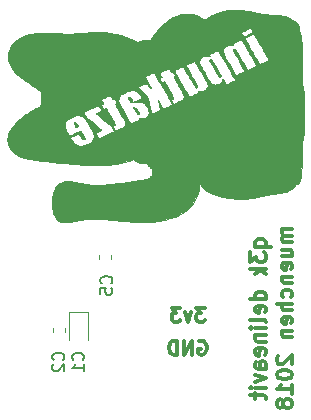
<source format=gbr>
G04 #@! TF.GenerationSoftware,KiCad,Pcbnew,(6.0.0-rc1-dev-1233-g630baa372)*
G04 #@! TF.CreationDate,2018-11-22T01:35:06+01:00*
G04 #@! TF.ProjectId,sdi-devboard,7364692d-6465-4766-926f-6172642e6b69,rev?*
G04 #@! TF.SameCoordinates,Original*
G04 #@! TF.FileFunction,Legend,Bot*
G04 #@! TF.FilePolarity,Positive*
%FSLAX46Y46*%
G04 Gerber Fmt 4.6, Leading zero omitted, Abs format (unit mm)*
G04 Created by KiCad (PCBNEW (6.0.0-rc1-dev-1233-g630baa372)) date Thu 22 Nov 2018 01:35:06 AM CET*
%MOMM*%
%LPD*%
G01*
G04 APERTURE LIST*
%ADD10C,0.300000*%
%ADD11C,0.120000*%
%ADD12C,0.010000*%
%ADD13C,0.150000*%
%ADD14C,0.100000*%
%ADD15C,3.602000*%
%ADD16C,2.102000*%
%ADD17O,1.802000X1.802000*%
%ADD18R,1.802000X1.802000*%
%ADD19R,5.182000X2.522000*%
%ADD20C,5.702000*%
%ADD21C,0.977000*%
%ADD22C,1.152000*%
G04 APERTURE END LIST*
D10*
X162204285Y-94396000D02*
X162318571Y-94338857D01*
X162490000Y-94338857D01*
X162661428Y-94396000D01*
X162775714Y-94510285D01*
X162832857Y-94624571D01*
X162890000Y-94853142D01*
X162890000Y-95024571D01*
X162832857Y-95253142D01*
X162775714Y-95367428D01*
X162661428Y-95481714D01*
X162490000Y-95538857D01*
X162375714Y-95538857D01*
X162204285Y-95481714D01*
X162147142Y-95424571D01*
X162147142Y-95024571D01*
X162375714Y-95024571D01*
X161632857Y-95538857D02*
X161632857Y-94338857D01*
X160947142Y-95538857D01*
X160947142Y-94338857D01*
X160375714Y-95538857D02*
X160375714Y-94338857D01*
X160090000Y-94338857D01*
X159918571Y-94396000D01*
X159804285Y-94510285D01*
X159747142Y-94624571D01*
X159690000Y-94853142D01*
X159690000Y-95024571D01*
X159747142Y-95253142D01*
X159804285Y-95367428D01*
X159918571Y-95481714D01*
X160090000Y-95538857D01*
X160375714Y-95538857D01*
X162718571Y-91544857D02*
X161975714Y-91544857D01*
X162375714Y-92002000D01*
X162204285Y-92002000D01*
X162090000Y-92059142D01*
X162032857Y-92116285D01*
X161975714Y-92230571D01*
X161975714Y-92516285D01*
X162032857Y-92630571D01*
X162090000Y-92687714D01*
X162204285Y-92744857D01*
X162547142Y-92744857D01*
X162661428Y-92687714D01*
X162718571Y-92630571D01*
X161575714Y-91944857D02*
X161290000Y-92744857D01*
X161004285Y-91944857D01*
X160661428Y-91544857D02*
X159918571Y-91544857D01*
X160318571Y-92002000D01*
X160147142Y-92002000D01*
X160032857Y-92059142D01*
X159975714Y-92116285D01*
X159918571Y-92230571D01*
X159918571Y-92516285D01*
X159975714Y-92630571D01*
X160032857Y-92687714D01*
X160147142Y-92744857D01*
X160490000Y-92744857D01*
X160604285Y-92687714D01*
X160661428Y-92630571D01*
X166998428Y-86389333D02*
X168298428Y-86389333D01*
X167803190Y-86389333D02*
X167865095Y-86265523D01*
X167865095Y-86017904D01*
X167803190Y-85894095D01*
X167741285Y-85832190D01*
X167617476Y-85770285D01*
X167246047Y-85770285D01*
X167122238Y-85832190D01*
X167060333Y-85894095D01*
X166998428Y-86017904D01*
X166998428Y-86265523D01*
X167060333Y-86389333D01*
X166565095Y-86884571D02*
X166565095Y-87689333D01*
X167060333Y-87256000D01*
X167060333Y-87441714D01*
X167122238Y-87565523D01*
X167184142Y-87627428D01*
X167307952Y-87689333D01*
X167617476Y-87689333D01*
X167741285Y-87627428D01*
X167803190Y-87565523D01*
X167865095Y-87441714D01*
X167865095Y-87070285D01*
X167803190Y-86946476D01*
X167741285Y-86884571D01*
X167865095Y-88246476D02*
X166565095Y-88246476D01*
X167369857Y-88370285D02*
X167865095Y-88741714D01*
X166998428Y-88741714D02*
X167493666Y-88246476D01*
X167865095Y-90846476D02*
X166565095Y-90846476D01*
X167803190Y-90846476D02*
X167865095Y-90722666D01*
X167865095Y-90475047D01*
X167803190Y-90351238D01*
X167741285Y-90289333D01*
X167617476Y-90227428D01*
X167246047Y-90227428D01*
X167122238Y-90289333D01*
X167060333Y-90351238D01*
X166998428Y-90475047D01*
X166998428Y-90722666D01*
X167060333Y-90846476D01*
X167803190Y-91960761D02*
X167865095Y-91836952D01*
X167865095Y-91589333D01*
X167803190Y-91465523D01*
X167679380Y-91403619D01*
X167184142Y-91403619D01*
X167060333Y-91465523D01*
X166998428Y-91589333D01*
X166998428Y-91836952D01*
X167060333Y-91960761D01*
X167184142Y-92022666D01*
X167307952Y-92022666D01*
X167431761Y-91403619D01*
X167865095Y-92765523D02*
X167803190Y-92641714D01*
X167679380Y-92579809D01*
X166565095Y-92579809D01*
X167865095Y-93260761D02*
X166998428Y-93260761D01*
X166565095Y-93260761D02*
X166627000Y-93198857D01*
X166688904Y-93260761D01*
X166627000Y-93322666D01*
X166565095Y-93260761D01*
X166688904Y-93260761D01*
X166998428Y-93879809D02*
X167865095Y-93879809D01*
X167122238Y-93879809D02*
X167060333Y-93941714D01*
X166998428Y-94065523D01*
X166998428Y-94251238D01*
X167060333Y-94375047D01*
X167184142Y-94436952D01*
X167865095Y-94436952D01*
X167803190Y-95551238D02*
X167865095Y-95427428D01*
X167865095Y-95179809D01*
X167803190Y-95056000D01*
X167679380Y-94994095D01*
X167184142Y-94994095D01*
X167060333Y-95056000D01*
X166998428Y-95179809D01*
X166998428Y-95427428D01*
X167060333Y-95551238D01*
X167184142Y-95613142D01*
X167307952Y-95613142D01*
X167431761Y-94994095D01*
X167865095Y-96727428D02*
X167184142Y-96727428D01*
X167060333Y-96665523D01*
X166998428Y-96541714D01*
X166998428Y-96294095D01*
X167060333Y-96170285D01*
X167803190Y-96727428D02*
X167865095Y-96603619D01*
X167865095Y-96294095D01*
X167803190Y-96170285D01*
X167679380Y-96108380D01*
X167555571Y-96108380D01*
X167431761Y-96170285D01*
X167369857Y-96294095D01*
X167369857Y-96603619D01*
X167307952Y-96727428D01*
X166998428Y-97222666D02*
X167865095Y-97532190D01*
X166998428Y-97841714D01*
X167865095Y-98336952D02*
X166998428Y-98336952D01*
X166565095Y-98336952D02*
X166627000Y-98275047D01*
X166688904Y-98336952D01*
X166627000Y-98398857D01*
X166565095Y-98336952D01*
X166688904Y-98336952D01*
X166998428Y-98770285D02*
X166998428Y-99265523D01*
X166565095Y-98956000D02*
X167679380Y-98956000D01*
X167803190Y-99017904D01*
X167865095Y-99141714D01*
X167865095Y-99265523D01*
X170115095Y-84903619D02*
X169248428Y-84903619D01*
X169372238Y-84903619D02*
X169310333Y-84965523D01*
X169248428Y-85089333D01*
X169248428Y-85275047D01*
X169310333Y-85398857D01*
X169434142Y-85460761D01*
X170115095Y-85460761D01*
X169434142Y-85460761D02*
X169310333Y-85522666D01*
X169248428Y-85646476D01*
X169248428Y-85832190D01*
X169310333Y-85956000D01*
X169434142Y-86017904D01*
X170115095Y-86017904D01*
X169248428Y-87194095D02*
X170115095Y-87194095D01*
X169248428Y-86636952D02*
X169929380Y-86636952D01*
X170053190Y-86698857D01*
X170115095Y-86822666D01*
X170115095Y-87008380D01*
X170053190Y-87132190D01*
X169991285Y-87194095D01*
X170053190Y-88308380D02*
X170115095Y-88184571D01*
X170115095Y-87936952D01*
X170053190Y-87813142D01*
X169929380Y-87751238D01*
X169434142Y-87751238D01*
X169310333Y-87813142D01*
X169248428Y-87936952D01*
X169248428Y-88184571D01*
X169310333Y-88308380D01*
X169434142Y-88370285D01*
X169557952Y-88370285D01*
X169681761Y-87751238D01*
X169248428Y-88927428D02*
X170115095Y-88927428D01*
X169372238Y-88927428D02*
X169310333Y-88989333D01*
X169248428Y-89113142D01*
X169248428Y-89298857D01*
X169310333Y-89422666D01*
X169434142Y-89484571D01*
X170115095Y-89484571D01*
X170053190Y-90660761D02*
X170115095Y-90536952D01*
X170115095Y-90289333D01*
X170053190Y-90165523D01*
X169991285Y-90103619D01*
X169867476Y-90041714D01*
X169496047Y-90041714D01*
X169372238Y-90103619D01*
X169310333Y-90165523D01*
X169248428Y-90289333D01*
X169248428Y-90536952D01*
X169310333Y-90660761D01*
X170115095Y-91217904D02*
X168815095Y-91217904D01*
X170115095Y-91775047D02*
X169434142Y-91775047D01*
X169310333Y-91713142D01*
X169248428Y-91589333D01*
X169248428Y-91403619D01*
X169310333Y-91279809D01*
X169372238Y-91217904D01*
X170053190Y-92889333D02*
X170115095Y-92765523D01*
X170115095Y-92517904D01*
X170053190Y-92394095D01*
X169929380Y-92332190D01*
X169434142Y-92332190D01*
X169310333Y-92394095D01*
X169248428Y-92517904D01*
X169248428Y-92765523D01*
X169310333Y-92889333D01*
X169434142Y-92951238D01*
X169557952Y-92951238D01*
X169681761Y-92332190D01*
X169248428Y-93508380D02*
X170115095Y-93508380D01*
X169372238Y-93508380D02*
X169310333Y-93570285D01*
X169248428Y-93694095D01*
X169248428Y-93879809D01*
X169310333Y-94003619D01*
X169434142Y-94065523D01*
X170115095Y-94065523D01*
X168938904Y-95613142D02*
X168877000Y-95675047D01*
X168815095Y-95798857D01*
X168815095Y-96108380D01*
X168877000Y-96232190D01*
X168938904Y-96294095D01*
X169062714Y-96356000D01*
X169186523Y-96356000D01*
X169372238Y-96294095D01*
X170115095Y-95551238D01*
X170115095Y-96356000D01*
X168815095Y-97160761D02*
X168815095Y-97284571D01*
X168877000Y-97408380D01*
X168938904Y-97470285D01*
X169062714Y-97532190D01*
X169310333Y-97594095D01*
X169619857Y-97594095D01*
X169867476Y-97532190D01*
X169991285Y-97470285D01*
X170053190Y-97408380D01*
X170115095Y-97284571D01*
X170115095Y-97160761D01*
X170053190Y-97036952D01*
X169991285Y-96975047D01*
X169867476Y-96913142D01*
X169619857Y-96851238D01*
X169310333Y-96851238D01*
X169062714Y-96913142D01*
X168938904Y-96975047D01*
X168877000Y-97036952D01*
X168815095Y-97160761D01*
X170115095Y-98832190D02*
X170115095Y-98089333D01*
X170115095Y-98460761D02*
X168815095Y-98460761D01*
X169000809Y-98336952D01*
X169124619Y-98213142D01*
X169186523Y-98089333D01*
X169372238Y-99575047D02*
X169310333Y-99451238D01*
X169248428Y-99389333D01*
X169124619Y-99327428D01*
X169062714Y-99327428D01*
X168938904Y-99389333D01*
X168877000Y-99451238D01*
X168815095Y-99575047D01*
X168815095Y-99822666D01*
X168877000Y-99946476D01*
X168938904Y-100008380D01*
X169062714Y-100070285D01*
X169124619Y-100070285D01*
X169248428Y-100008380D01*
X169310333Y-99946476D01*
X169372238Y-99822666D01*
X169372238Y-99575047D01*
X169434142Y-99451238D01*
X169496047Y-99389333D01*
X169619857Y-99327428D01*
X169867476Y-99327428D01*
X169991285Y-99389333D01*
X170053190Y-99451238D01*
X170115095Y-99575047D01*
X170115095Y-99822666D01*
X170053190Y-99946476D01*
X169991285Y-100008380D01*
X169867476Y-100070285D01*
X169619857Y-100070285D01*
X169496047Y-100008380D01*
X169434142Y-99946476D01*
X169372238Y-99822666D01*
D11*
G04 #@! TO.C,C5*
X153795000Y-87411779D02*
X153795000Y-87086221D01*
X154815000Y-87411779D02*
X154815000Y-87086221D01*
G04 #@! TO.C,C2*
X150878000Y-93309221D02*
X150878000Y-93634779D01*
X149858000Y-93309221D02*
X149858000Y-93634779D01*
G04 #@! TO.C,C1*
X152804000Y-91962000D02*
X152804000Y-94272000D01*
X151234000Y-91962000D02*
X152804000Y-91962000D01*
X151234000Y-94272000D02*
X151234000Y-91962000D01*
D12*
G04 #@! TO.C,G\002A\002A\002A*
G36*
X151646811Y-76005501D02*
X151692948Y-76095308D01*
X151735632Y-76170464D01*
X151767976Y-76226116D01*
X151782167Y-76249002D01*
X151808843Y-76247210D01*
X151859221Y-76227179D01*
X151914461Y-76198436D01*
X151955723Y-76170507D01*
X151966181Y-76155960D01*
X151952653Y-76125770D01*
X151919329Y-76066139D01*
X151877599Y-75996800D01*
X151810022Y-75895135D01*
X151756728Y-75834733D01*
X151711345Y-75810442D01*
X151667499Y-75817115D01*
X151659891Y-75820877D01*
X151622337Y-75858771D01*
X151617757Y-75918490D01*
X151646811Y-76005501D01*
X151646811Y-76005501D01*
G37*
X151646811Y-76005501D02*
X151692948Y-76095308D01*
X151735632Y-76170464D01*
X151767976Y-76226116D01*
X151782167Y-76249002D01*
X151808843Y-76247210D01*
X151859221Y-76227179D01*
X151914461Y-76198436D01*
X151955723Y-76170507D01*
X151966181Y-76155960D01*
X151952653Y-76125770D01*
X151919329Y-76066139D01*
X151877599Y-75996800D01*
X151810022Y-75895135D01*
X151756728Y-75834733D01*
X151711345Y-75810442D01*
X151667499Y-75817115D01*
X151659891Y-75820877D01*
X151622337Y-75858771D01*
X151617757Y-75918490D01*
X151646811Y-76005501D01*
G36*
X156655261Y-74610330D02*
X156682614Y-74669760D01*
X156725811Y-74751784D01*
X156779026Y-74846340D01*
X156836432Y-74943369D01*
X156892200Y-75032810D01*
X156940505Y-75104604D01*
X156975518Y-75148689D01*
X156978718Y-75151794D01*
X157034519Y-75187605D01*
X157090086Y-75183052D01*
X157092650Y-75182094D01*
X157136559Y-75148327D01*
X157146208Y-75090664D01*
X157121266Y-75004654D01*
X157071990Y-74904790D01*
X157019392Y-74817423D01*
X156964461Y-74738564D01*
X156931488Y-74698882D01*
X156879604Y-74658838D01*
X156809317Y-74621064D01*
X156736569Y-74592082D01*
X156677302Y-74578413D01*
X156649579Y-74583553D01*
X156655261Y-74610330D01*
X156655261Y-74610330D01*
G37*
X156655261Y-74610330D02*
X156682614Y-74669760D01*
X156725811Y-74751784D01*
X156779026Y-74846340D01*
X156836432Y-74943369D01*
X156892200Y-75032810D01*
X156940505Y-75104604D01*
X156975518Y-75148689D01*
X156978718Y-75151794D01*
X157034519Y-75187605D01*
X157090086Y-75183052D01*
X157092650Y-75182094D01*
X157136559Y-75148327D01*
X157146208Y-75090664D01*
X157121266Y-75004654D01*
X157071990Y-74904790D01*
X157019392Y-74817423D01*
X156964461Y-74738564D01*
X156931488Y-74698882D01*
X156879604Y-74658838D01*
X156809317Y-74621064D01*
X156736569Y-74592082D01*
X156677302Y-74578413D01*
X156649579Y-74583553D01*
X156655261Y-74610330D01*
G36*
X163116010Y-70631189D02*
X163133951Y-70677821D01*
X163166481Y-70745271D01*
X163216000Y-70838719D01*
X163284907Y-70963343D01*
X163375601Y-71124322D01*
X163427772Y-71216367D01*
X163553417Y-71437182D01*
X163657079Y-71617149D01*
X163741463Y-71759816D01*
X163809272Y-71868733D01*
X163863213Y-71947447D01*
X163905991Y-71999508D01*
X163940311Y-72028464D01*
X163968878Y-72037864D01*
X163994397Y-72031257D01*
X164019574Y-72012192D01*
X164028120Y-72003920D01*
X164053588Y-71959901D01*
X164049392Y-71900454D01*
X164014259Y-71814855D01*
X164003118Y-71793100D01*
X163960910Y-71714802D01*
X163901981Y-71608613D01*
X163830474Y-71481702D01*
X163750533Y-71341241D01*
X163666302Y-71194402D01*
X163581925Y-71048354D01*
X163501547Y-70910270D01*
X163429310Y-70787321D01*
X163369359Y-70686677D01*
X163325837Y-70615509D01*
X163302889Y-70580990D01*
X163302264Y-70580250D01*
X163243135Y-70543232D01*
X163174363Y-70539492D01*
X163125734Y-70564425D01*
X163114301Y-70579670D01*
X163110260Y-70600199D01*
X163116010Y-70631189D01*
X163116010Y-70631189D01*
G37*
X163116010Y-70631189D02*
X163133951Y-70677821D01*
X163166481Y-70745271D01*
X163216000Y-70838719D01*
X163284907Y-70963343D01*
X163375601Y-71124322D01*
X163427772Y-71216367D01*
X163553417Y-71437182D01*
X163657079Y-71617149D01*
X163741463Y-71759816D01*
X163809272Y-71868733D01*
X163863213Y-71947447D01*
X163905991Y-71999508D01*
X163940311Y-72028464D01*
X163968878Y-72037864D01*
X163994397Y-72031257D01*
X164019574Y-72012192D01*
X164028120Y-72003920D01*
X164053588Y-71959901D01*
X164049392Y-71900454D01*
X164014259Y-71814855D01*
X164003118Y-71793100D01*
X163960910Y-71714802D01*
X163901981Y-71608613D01*
X163830474Y-71481702D01*
X163750533Y-71341241D01*
X163666302Y-71194402D01*
X163581925Y-71048354D01*
X163501547Y-70910270D01*
X163429310Y-70787321D01*
X163369359Y-70686677D01*
X163325837Y-70615509D01*
X163302889Y-70580990D01*
X163302264Y-70580250D01*
X163243135Y-70543232D01*
X163174363Y-70539492D01*
X163125734Y-70564425D01*
X163114301Y-70579670D01*
X163110260Y-70600199D01*
X163116010Y-70631189D01*
G36*
X148805900Y-74447400D02*
X148818600Y-74434700D01*
X148805900Y-74422000D01*
X148793200Y-74434700D01*
X148805900Y-74447400D01*
X148805900Y-74447400D01*
G37*
X148805900Y-74447400D02*
X148818600Y-74434700D01*
X148805900Y-74422000D01*
X148793200Y-74434700D01*
X148805900Y-74447400D01*
G36*
X158102300Y-80467200D02*
X158115000Y-80454500D01*
X158102300Y-80441800D01*
X158089600Y-80454500D01*
X158102300Y-80467200D01*
X158102300Y-80467200D01*
G37*
X158102300Y-80467200D02*
X158115000Y-80454500D01*
X158102300Y-80441800D01*
X158089600Y-80454500D01*
X158102300Y-80467200D01*
G36*
X170548300Y-67513200D02*
X170561000Y-67500500D01*
X170548300Y-67487800D01*
X170535600Y-67500500D01*
X170548300Y-67513200D01*
X170548300Y-67513200D01*
G37*
X170548300Y-67513200D02*
X170561000Y-67500500D01*
X170548300Y-67487800D01*
X170535600Y-67500500D01*
X170548300Y-67513200D01*
G36*
X146029366Y-77579135D02*
X146056850Y-77698600D01*
X146134443Y-77892975D01*
X146247127Y-78087920D01*
X146385019Y-78270136D01*
X146538237Y-78426321D01*
X146674044Y-78529249D01*
X146737429Y-78572624D01*
X146778237Y-78606943D01*
X146786554Y-78619350D01*
X146806303Y-78637685D01*
X146813627Y-78638400D01*
X146849576Y-78648371D01*
X146915890Y-78674303D01*
X146985077Y-78704658D01*
X147117070Y-78758807D01*
X147279785Y-78816079D01*
X147453983Y-78870412D01*
X147620424Y-78915744D01*
X147739100Y-78942230D01*
X147852023Y-78964648D01*
X147979633Y-78991303D01*
X148056600Y-79008069D01*
X148177881Y-79031411D01*
X148343878Y-79057729D01*
X148548642Y-79086330D01*
X148786221Y-79116519D01*
X149050664Y-79147601D01*
X149336022Y-79178881D01*
X149636343Y-79209666D01*
X149945677Y-79239260D01*
X150258073Y-79266969D01*
X150317200Y-79271956D01*
X150577931Y-79293957D01*
X150797813Y-79313032D01*
X150986647Y-79330146D01*
X151154233Y-79346265D01*
X151310373Y-79362353D01*
X151464868Y-79379377D01*
X151627520Y-79398300D01*
X151752300Y-79413294D01*
X152486381Y-79485517D01*
X153186997Y-79519943D01*
X153854661Y-79516535D01*
X154489888Y-79475259D01*
X155093192Y-79396079D01*
X155665087Y-79278961D01*
X156206087Y-79123869D01*
X156265886Y-79103754D01*
X156613872Y-78984866D01*
X156766787Y-79092130D01*
X156861265Y-79154335D01*
X156957450Y-79211187D01*
X157028779Y-79247643D01*
X157136526Y-79282797D01*
X157275614Y-79310746D01*
X157426794Y-79328898D01*
X157570815Y-79334660D01*
X157647313Y-79330947D01*
X157727627Y-79326604D01*
X157780494Y-79338068D01*
X157828577Y-79372797D01*
X157856449Y-79399756D01*
X157901678Y-79454349D01*
X157922018Y-79498348D01*
X157920607Y-79510483D01*
X157916701Y-79526506D01*
X157924716Y-79520994D01*
X157956200Y-79521015D01*
X157997016Y-79549211D01*
X158029839Y-79590513D01*
X158038800Y-79620236D01*
X158059514Y-79649576D01*
X158081133Y-79654400D01*
X158109804Y-79661377D01*
X158108374Y-79669492D01*
X158116469Y-79693392D01*
X158154232Y-79736713D01*
X158180340Y-79761023D01*
X158236643Y-79818374D01*
X158261750Y-79874587D01*
X158267400Y-79953400D01*
X158262816Y-80042701D01*
X158250960Y-80153795D01*
X158238671Y-80236519D01*
X158217563Y-80336289D01*
X158189524Y-80405589D01*
X158144719Y-80464667D01*
X158111676Y-80497927D01*
X158002674Y-80576712D01*
X157854248Y-80640370D01*
X157662819Y-80690159D01*
X157475886Y-80720903D01*
X157379766Y-80734351D01*
X157246676Y-80753909D01*
X157089795Y-80777593D01*
X156922303Y-80803419D01*
X156794200Y-80823546D01*
X156582688Y-80855782D01*
X156340612Y-80890467D01*
X156076675Y-80926528D01*
X155799582Y-80962891D01*
X155518036Y-80998481D01*
X155240741Y-81032225D01*
X154976402Y-81063048D01*
X154733724Y-81089876D01*
X154521409Y-81111636D01*
X154348163Y-81127253D01*
X154307361Y-81130414D01*
X153774161Y-81150402D01*
X153227546Y-81134296D01*
X152685859Y-81083126D01*
X152253950Y-81014917D01*
X152020136Y-80970679D01*
X151830215Y-80935057D01*
X151678185Y-80907119D01*
X151558042Y-80885935D01*
X151463785Y-80870574D01*
X151389412Y-80860105D01*
X151328919Y-80853599D01*
X151276305Y-80850124D01*
X151225566Y-80848750D01*
X151180800Y-80848538D01*
X150909654Y-80863921D01*
X150675900Y-80911275D01*
X150475877Y-80992647D01*
X150305928Y-81110085D01*
X150162392Y-81265633D01*
X150041610Y-81461340D01*
X150024849Y-81495075D01*
X149945774Y-81670129D01*
X149886453Y-81831923D01*
X149844455Y-81992716D01*
X149817350Y-82164773D01*
X149802709Y-82360354D01*
X149798099Y-82591723D01*
X149798150Y-82638900D01*
X149804461Y-82907852D01*
X149822482Y-83137123D01*
X149854017Y-83336854D01*
X149900865Y-83517188D01*
X149964828Y-83688267D01*
X149997217Y-83759774D01*
X150104971Y-83949196D01*
X150230139Y-84094012D01*
X150379512Y-84199292D01*
X150559880Y-84270107D01*
X150727049Y-84304766D01*
X150855424Y-84317123D01*
X151000043Y-84317702D01*
X151167718Y-84305866D01*
X151365261Y-84280978D01*
X151599483Y-84242401D01*
X151803100Y-84204145D01*
X152004373Y-84165497D01*
X152177200Y-84134494D01*
X152331173Y-84110327D01*
X152475886Y-84092186D01*
X152620931Y-84079261D01*
X152775901Y-84070742D01*
X152950390Y-84065820D01*
X153153991Y-84063685D01*
X153396296Y-84063527D01*
X153466800Y-84063709D01*
X153748009Y-84065601D01*
X153990143Y-84069774D01*
X154204894Y-84076725D01*
X154403954Y-84086954D01*
X154599015Y-84100957D01*
X154801772Y-84119233D01*
X154825700Y-84121590D01*
X155188014Y-84157135D01*
X155506586Y-84187330D01*
X155788141Y-84212591D01*
X156039410Y-84233337D01*
X156267119Y-84249985D01*
X156477996Y-84262954D01*
X156678769Y-84272661D01*
X156876167Y-84279524D01*
X157076917Y-84283960D01*
X157287747Y-84286388D01*
X157492700Y-84287202D01*
X157785802Y-84286460D01*
X158036739Y-84282886D01*
X158254103Y-84275652D01*
X158446489Y-84263930D01*
X158622490Y-84246889D01*
X158790701Y-84223702D01*
X158959716Y-84193538D01*
X159138129Y-84155569D01*
X159330791Y-84109886D01*
X159767831Y-83987324D01*
X160177798Y-83841666D01*
X160552769Y-83675959D01*
X160795176Y-83546787D01*
X160861356Y-83504503D01*
X160955722Y-83439086D01*
X161066738Y-83359074D01*
X161182872Y-83273004D01*
X161292587Y-83189412D01*
X161384349Y-83116836D01*
X161441798Y-83068222D01*
X161600614Y-82900600D01*
X161752804Y-82694321D01*
X161890969Y-82461522D01*
X162007710Y-82214340D01*
X162076941Y-82026242D01*
X162113978Y-81901508D01*
X162151531Y-81758983D01*
X162186926Y-81610747D01*
X162217488Y-81468883D01*
X162240543Y-81345474D01*
X162253416Y-81252602D01*
X162255200Y-81220937D01*
X162260941Y-81138475D01*
X162279177Y-81104949D01*
X162311423Y-81119697D01*
X162355815Y-81176912D01*
X162406751Y-81247142D01*
X162477821Y-81336791D01*
X162554740Y-81427914D01*
X162564427Y-81438937D01*
X162632601Y-81511797D01*
X162699242Y-81570825D01*
X162776683Y-81624690D01*
X162877255Y-81682063D01*
X162999130Y-81744557D01*
X163434125Y-81937229D01*
X163897528Y-82094434D01*
X164160200Y-82165039D01*
X164384762Y-82216872D01*
X164595991Y-82257445D01*
X164804994Y-82287918D01*
X165022877Y-82309449D01*
X165260745Y-82323198D01*
X165529705Y-82330324D01*
X165760400Y-82332020D01*
X165949423Y-82332020D01*
X166107980Y-82330807D01*
X166244613Y-82327332D01*
X166367863Y-82320545D01*
X166486272Y-82309397D01*
X166608380Y-82292839D01*
X166742731Y-82269822D01*
X166897865Y-82239295D01*
X167082324Y-82200210D01*
X167304650Y-82151517D01*
X167398700Y-82130749D01*
X167667072Y-82072646D01*
X167898609Y-82025393D01*
X168105557Y-81986755D01*
X168300167Y-81954496D01*
X168494686Y-81926381D01*
X168579800Y-81915208D01*
X168885104Y-81872463D01*
X169146468Y-81827375D01*
X169370745Y-81778263D01*
X169564790Y-81723446D01*
X169735457Y-81661242D01*
X169874569Y-81597636D01*
X170027467Y-81507312D01*
X170166871Y-81400408D01*
X170279425Y-81288050D01*
X170332854Y-81215764D01*
X170387414Y-81149828D01*
X170445722Y-81127684D01*
X170450032Y-81127600D01*
X170554494Y-81108456D01*
X170642442Y-81049238D01*
X170715987Y-80947262D01*
X170777240Y-80799846D01*
X170814953Y-80663913D01*
X170835472Y-80568700D01*
X170853291Y-80464944D01*
X170868678Y-80348116D01*
X170881897Y-80213684D01*
X170893215Y-80057118D01*
X170902898Y-79873886D01*
X170911212Y-79659457D01*
X170918424Y-79409300D01*
X170924799Y-79118885D01*
X170930603Y-78783681D01*
X170932419Y-78663800D01*
X170936489Y-78391147D01*
X170940158Y-78164206D01*
X170943725Y-77977894D01*
X170947490Y-77827127D01*
X170951754Y-77706822D01*
X170956817Y-77611895D01*
X170962979Y-77537263D01*
X170970541Y-77477843D01*
X170979803Y-77428552D01*
X170991064Y-77384306D01*
X171004626Y-77340021D01*
X171011929Y-77317600D01*
X171037451Y-77232621D01*
X171055756Y-77150137D01*
X171068360Y-77057886D01*
X171076781Y-76943606D01*
X171082534Y-76795036D01*
X171084180Y-76733400D01*
X171087551Y-76573236D01*
X171090614Y-76380913D01*
X171093356Y-76161844D01*
X171095763Y-75921443D01*
X171097823Y-75665125D01*
X171099520Y-75398303D01*
X171100843Y-75126391D01*
X171101777Y-74854804D01*
X171102308Y-74588956D01*
X171102424Y-74334261D01*
X171102111Y-74096133D01*
X171101356Y-73879986D01*
X171100144Y-73691234D01*
X171098462Y-73535291D01*
X171096298Y-73417572D01*
X171093636Y-73343490D01*
X171092670Y-73329800D01*
X171079758Y-73227262D01*
X171057683Y-73093675D01*
X171029676Y-72947255D01*
X171002583Y-72821800D01*
X170988228Y-72759989D01*
X170975745Y-72705279D01*
X170965033Y-72653837D01*
X170955991Y-72601830D01*
X170948519Y-72545425D01*
X170942516Y-72480790D01*
X170937880Y-72404091D01*
X170934511Y-72311495D01*
X170932308Y-72199170D01*
X170931169Y-72063283D01*
X170930995Y-71900001D01*
X170931684Y-71705491D01*
X170933136Y-71475919D01*
X170935249Y-71207454D01*
X170937922Y-70896263D01*
X170941056Y-70538511D01*
X170941411Y-70497700D01*
X170943626Y-70224620D01*
X170944978Y-69995965D01*
X170945277Y-69805363D01*
X170944331Y-69646443D01*
X170941949Y-69512834D01*
X170937942Y-69398166D01*
X170932117Y-69296065D01*
X170924285Y-69200163D01*
X170914254Y-69104087D01*
X170901834Y-69001466D01*
X170895005Y-68948300D01*
X170845186Y-68606399D01*
X170789908Y-68309533D01*
X170727640Y-68052088D01*
X170656852Y-67828450D01*
X170576012Y-67633007D01*
X170494013Y-67477618D01*
X170412726Y-67361836D01*
X170325958Y-67288245D01*
X170222629Y-67248546D01*
X170177800Y-67240761D01*
X170074738Y-67211455D01*
X169984324Y-67146259D01*
X169976800Y-67139014D01*
X169858875Y-67045007D01*
X169710453Y-66965658D01*
X169528133Y-66900100D01*
X169308519Y-66847465D01*
X169048210Y-66806887D01*
X168743808Y-66777498D01*
X168503600Y-66763164D01*
X168318679Y-66753592D01*
X168154363Y-66742786D01*
X168001981Y-66729500D01*
X167852862Y-66712491D01*
X167698336Y-66690517D01*
X167529733Y-66662334D01*
X167338381Y-66626697D01*
X167115611Y-66582365D01*
X166852752Y-66528093D01*
X166832477Y-66523858D01*
X166832477Y-68376800D01*
X166862086Y-68399082D01*
X166911479Y-68463634D01*
X166978282Y-68567012D01*
X167060123Y-68705772D01*
X167064437Y-68713350D01*
X167124980Y-68819760D01*
X167205862Y-68961813D01*
X167302252Y-69131025D01*
X167409315Y-69318916D01*
X167522220Y-69517001D01*
X167636132Y-69716800D01*
X167689194Y-69809849D01*
X167790980Y-69988813D01*
X167884265Y-70153769D01*
X167966161Y-70299539D01*
X168033782Y-70420945D01*
X168084240Y-70512808D01*
X168114649Y-70569949D01*
X168122600Y-70587209D01*
X168100732Y-70603178D01*
X168040326Y-70636021D01*
X167949175Y-70681781D01*
X167835073Y-70736503D01*
X167755758Y-70773410D01*
X167628179Y-70831076D01*
X167515058Y-70880269D01*
X167425172Y-70917320D01*
X167367298Y-70938565D01*
X167351728Y-70942200D01*
X167330907Y-70920438D01*
X167287218Y-70857031D01*
X167222366Y-70754796D01*
X167138053Y-70616550D01*
X167035984Y-70445111D01*
X166917861Y-70243295D01*
X166785389Y-70013921D01*
X166696219Y-69858092D01*
X166573694Y-69642943D01*
X166458939Y-69440811D01*
X166354405Y-69256059D01*
X166262544Y-69093048D01*
X166185807Y-68956140D01*
X166126645Y-68849699D01*
X166087510Y-68778086D01*
X166070854Y-68745663D01*
X166070477Y-68744593D01*
X166089807Y-68725591D01*
X166146509Y-68690817D01*
X166231356Y-68644723D01*
X166335121Y-68591765D01*
X166448577Y-68536396D01*
X166562495Y-68483070D01*
X166667650Y-68436240D01*
X166754813Y-68400360D01*
X166814756Y-68379884D01*
X166832477Y-68376800D01*
X166832477Y-66523858D01*
X166827200Y-66522755D01*
X166563139Y-66470317D01*
X166563139Y-67879469D01*
X166593531Y-67900379D01*
X166630273Y-67951015D01*
X166680756Y-68039048D01*
X166725657Y-68122736D01*
X166759165Y-68188372D01*
X166775242Y-68224045D01*
X166775839Y-68226615D01*
X166754157Y-68241673D01*
X166693880Y-68273660D01*
X166602761Y-68318708D01*
X166488554Y-68372949D01*
X166406784Y-68410765D01*
X166278823Y-68468378D01*
X166165489Y-68517572D01*
X166075484Y-68554714D01*
X166017510Y-68576168D01*
X166001627Y-68580000D01*
X165976284Y-68559734D01*
X165935594Y-68507733D01*
X165887919Y-68437188D01*
X165841622Y-68361292D01*
X165805064Y-68293237D01*
X165803901Y-68290275D01*
X165803901Y-68858715D01*
X165826412Y-68865877D01*
X165826953Y-68866437D01*
X165845554Y-68894814D01*
X165886251Y-68962458D01*
X165946159Y-69064399D01*
X166022398Y-69195670D01*
X166112084Y-69351300D01*
X166212334Y-69526322D01*
X166320266Y-69715768D01*
X166346011Y-69761100D01*
X166460090Y-69961882D01*
X166571138Y-70156935D01*
X166675531Y-70339923D01*
X166769642Y-70504506D01*
X166849849Y-70644346D01*
X166912526Y-70753106D01*
X166954050Y-70824448D01*
X166956084Y-70827900D01*
X167008980Y-70919944D01*
X167050566Y-70996862D01*
X167074835Y-71047318D01*
X167078596Y-71059064D01*
X167057496Y-71078333D01*
X166997450Y-71113882D01*
X166906073Y-71161678D01*
X166790981Y-71217685D01*
X166698238Y-71260589D01*
X166552781Y-71325608D01*
X166446649Y-71370509D01*
X166373502Y-71397431D01*
X166327000Y-71408510D01*
X166300804Y-71405885D01*
X166291584Y-71397724D01*
X166273879Y-71367806D01*
X166234100Y-71298977D01*
X166175260Y-71196498D01*
X166100370Y-71065633D01*
X166012443Y-70911644D01*
X165914489Y-70739794D01*
X165820074Y-70573900D01*
X165713881Y-70387874D01*
X165613215Y-70212846D01*
X165521399Y-70054496D01*
X165441758Y-69918504D01*
X165377615Y-69810551D01*
X165332295Y-69736318D01*
X165311035Y-69703950D01*
X165245311Y-69642050D01*
X165176048Y-69621000D01*
X165114031Y-69643610D01*
X165106336Y-69650623D01*
X165096625Y-69663252D01*
X165092347Y-69680280D01*
X165095500Y-69705701D01*
X165108086Y-69743509D01*
X165132103Y-69797697D01*
X165169551Y-69872258D01*
X165222431Y-69971188D01*
X165292742Y-70098479D01*
X165382483Y-70258124D01*
X165493654Y-70454118D01*
X165618063Y-70672572D01*
X165724503Y-70859823D01*
X165822565Y-71033337D01*
X165909485Y-71188147D01*
X165982498Y-71319284D01*
X166038841Y-71421781D01*
X166075748Y-71490670D01*
X166090456Y-71520983D01*
X166090600Y-71521735D01*
X166068670Y-71538513D01*
X166008050Y-71571931D01*
X165916487Y-71618042D01*
X165801733Y-71672900D01*
X165716937Y-71712034D01*
X165571302Y-71777252D01*
X165464853Y-71821974D01*
X165391298Y-71848350D01*
X165344348Y-71858527D01*
X165317713Y-71854653D01*
X165311981Y-71850329D01*
X165290438Y-71819178D01*
X165247631Y-71749606D01*
X165186966Y-71647600D01*
X165111846Y-71519149D01*
X165025677Y-71370241D01*
X164931862Y-71206862D01*
X164833806Y-71035001D01*
X164734914Y-70860646D01*
X164638589Y-70689784D01*
X164548237Y-70528403D01*
X164467262Y-70382491D01*
X164399068Y-70258036D01*
X164347060Y-70161026D01*
X164314642Y-70097447D01*
X164311248Y-70090231D01*
X164253981Y-69952386D01*
X164224879Y-69843826D01*
X164222224Y-69752754D01*
X164244298Y-69667375D01*
X164248255Y-69657602D01*
X164309696Y-69545111D01*
X164394944Y-69456628D01*
X164516933Y-69379020D01*
X164528500Y-69372973D01*
X164661123Y-69325888D01*
X164814760Y-69304012D01*
X164965008Y-69309793D01*
X165027914Y-69322872D01*
X165072674Y-69332934D01*
X165084292Y-69319813D01*
X165069840Y-69272163D01*
X165066014Y-69261752D01*
X165050560Y-69197997D01*
X165061900Y-69172432D01*
X165092773Y-69159054D01*
X165161122Y-69128261D01*
X165258321Y-69083975D01*
X165375743Y-69030120D01*
X165442680Y-68999290D01*
X165585720Y-68934593D01*
X165689584Y-68890988D01*
X165760301Y-68866390D01*
X165803901Y-68858715D01*
X165803901Y-68290275D01*
X165786607Y-68246215D01*
X165785800Y-68239503D01*
X165807389Y-68223287D01*
X165865918Y-68190679D01*
X165952024Y-68146191D01*
X166056347Y-68094334D01*
X166169525Y-68039620D01*
X166282197Y-67986561D01*
X166385001Y-67939668D01*
X166468577Y-67903453D01*
X166523563Y-67882427D01*
X166531448Y-67880146D01*
X166563139Y-67879469D01*
X166563139Y-66470317D01*
X166518080Y-66461368D01*
X166244383Y-66414643D01*
X165993362Y-66381104D01*
X165752271Y-66359280D01*
X165508362Y-66347696D01*
X165288002Y-66344800D01*
X164926016Y-66353738D01*
X164601452Y-66382051D01*
X164303910Y-66431986D01*
X164022987Y-66505790D01*
X163803563Y-66585600D01*
X163803563Y-69773800D01*
X163824669Y-69792922D01*
X163866482Y-69850855D01*
X163929516Y-69948446D01*
X164014283Y-70086540D01*
X164121294Y-70265985D01*
X164251062Y-70487627D01*
X164404100Y-70752315D01*
X164560275Y-71024750D01*
X164691938Y-71255792D01*
X164815518Y-71473853D01*
X164928788Y-71674920D01*
X165029520Y-71854978D01*
X165115486Y-72010015D01*
X165184457Y-72136019D01*
X165234205Y-72228976D01*
X165262503Y-72284873D01*
X165268325Y-72300013D01*
X165243996Y-72318484D01*
X165181416Y-72353269D01*
X165088795Y-72400139D01*
X164974342Y-72454865D01*
X164910812Y-72484163D01*
X164786316Y-72539939D01*
X164676760Y-72587235D01*
X164591067Y-72622338D01*
X164538161Y-72641529D01*
X164526946Y-72644000D01*
X164500978Y-72623212D01*
X164458051Y-72567299D01*
X164405158Y-72485937D01*
X164371479Y-72428810D01*
X164304232Y-72314685D01*
X164256681Y-72244245D01*
X164226850Y-72215228D01*
X164212761Y-72225375D01*
X164211000Y-72245327D01*
X164198156Y-72284226D01*
X164165220Y-72348177D01*
X164137459Y-72394415D01*
X164041580Y-72503229D01*
X163914103Y-72587879D01*
X163767755Y-72644431D01*
X163615263Y-72668950D01*
X163469353Y-72657502D01*
X163382027Y-72627949D01*
X163324760Y-72594076D01*
X163265394Y-72543962D01*
X163200926Y-72473411D01*
X163128348Y-72378224D01*
X163044657Y-72254203D01*
X162946847Y-72097150D01*
X162831913Y-71902869D01*
X162706965Y-71684995D01*
X162610972Y-71515529D01*
X162521588Y-71357109D01*
X162442348Y-71216050D01*
X162376789Y-71098667D01*
X162328445Y-71011277D01*
X162300853Y-70960193D01*
X162297704Y-70954022D01*
X162247148Y-70802468D01*
X162244988Y-70656802D01*
X162288819Y-70522562D01*
X162376238Y-70405285D01*
X162504843Y-70310512D01*
X162595003Y-70268932D01*
X162680661Y-70243862D01*
X162777265Y-70233371D01*
X162903437Y-70235556D01*
X162915349Y-70236221D01*
X163119151Y-70248019D01*
X163078846Y-70186505D01*
X163053889Y-70138643D01*
X163051318Y-70112215D01*
X163082895Y-70093071D01*
X163150794Y-70058792D01*
X163244982Y-70013892D01*
X163355427Y-69962884D01*
X163472096Y-69910282D01*
X163584957Y-69860599D01*
X163683977Y-69818348D01*
X163759123Y-69788043D01*
X163800363Y-69774197D01*
X163803563Y-69773800D01*
X163803563Y-66585600D01*
X163748280Y-66605708D01*
X163469388Y-66733987D01*
X163456940Y-66740276D01*
X163315918Y-66813638D01*
X163174815Y-66890292D01*
X163047253Y-66962627D01*
X162946853Y-67023029D01*
X162920125Y-67040291D01*
X162832511Y-67094802D01*
X162755862Y-67135836D01*
X162703526Y-67156439D01*
X162694937Y-67157600D01*
X162646775Y-67143134D01*
X162579219Y-67106358D01*
X162542691Y-67081473D01*
X162424716Y-67005514D01*
X162274456Y-66924569D01*
X162108712Y-66846727D01*
X161944287Y-66780075D01*
X161848800Y-66747428D01*
X161839897Y-66744833D01*
X161839897Y-70686981D01*
X161863499Y-70693354D01*
X161865257Y-70694994D01*
X161883726Y-70722954D01*
X161923940Y-70789514D01*
X161982662Y-70889043D01*
X162056655Y-71015908D01*
X162142681Y-71164477D01*
X162237504Y-71329118D01*
X162337887Y-71504198D01*
X162440592Y-71684086D01*
X162542383Y-71863149D01*
X162640021Y-72035756D01*
X162730271Y-72196273D01*
X162801474Y-72323895D01*
X162883745Y-72481559D01*
X162936370Y-72608408D01*
X162961344Y-72713368D01*
X162960664Y-72805367D01*
X162936324Y-72893331D01*
X162931428Y-72905165D01*
X162858062Y-73017947D01*
X162739309Y-73117073D01*
X162601520Y-73191867D01*
X162509762Y-73229809D01*
X162432826Y-73248180D01*
X162345795Y-73251257D01*
X162277670Y-73247494D01*
X162177812Y-73242459D01*
X162122650Y-73246454D01*
X162106567Y-73261495D01*
X162123947Y-73289598D01*
X162133280Y-73299320D01*
X162148840Y-73337617D01*
X162139630Y-73353137D01*
X162105978Y-73374256D01*
X162037614Y-73409370D01*
X161943950Y-73454295D01*
X161834401Y-73504845D01*
X161718378Y-73556836D01*
X161605295Y-73606080D01*
X161504565Y-73648394D01*
X161425602Y-73679591D01*
X161377819Y-73695487D01*
X161368186Y-73696142D01*
X161353056Y-73671881D01*
X161315231Y-73607751D01*
X161257172Y-73508014D01*
X161181342Y-73376937D01*
X161090199Y-73218783D01*
X160986206Y-73037816D01*
X160871824Y-72838302D01*
X160749513Y-72624504D01*
X160726953Y-72585022D01*
X160576390Y-72320648D01*
X160450289Y-72097317D01*
X160347232Y-71912356D01*
X160265801Y-71763094D01*
X160204579Y-71646859D01*
X160162147Y-71560979D01*
X160137090Y-71502784D01*
X160127988Y-71469600D01*
X160130053Y-71460084D01*
X160161690Y-71440817D01*
X160229013Y-71406028D01*
X160322005Y-71360387D01*
X160430648Y-71308564D01*
X160544926Y-71255228D01*
X160654822Y-71205049D01*
X160750318Y-71162696D01*
X160821397Y-71132839D01*
X160858043Y-71120147D01*
X160859602Y-71120000D01*
X160876081Y-71141318D01*
X160914881Y-71202188D01*
X160973250Y-71297978D01*
X161048436Y-71424057D01*
X161137687Y-71575796D01*
X161238250Y-71748564D01*
X161347374Y-71937730D01*
X161395224Y-72021179D01*
X161507747Y-72216598D01*
X161613542Y-72398103D01*
X161709756Y-72560965D01*
X161793537Y-72700450D01*
X161862029Y-72811827D01*
X161912381Y-72890365D01*
X161941738Y-72931332D01*
X161947005Y-72936156D01*
X161993252Y-72933547D01*
X162042197Y-72911137D01*
X162082993Y-72874758D01*
X162084735Y-72831335D01*
X162076222Y-72806002D01*
X162058254Y-72769553D01*
X162017930Y-72694296D01*
X161958174Y-72585485D01*
X161881911Y-72448376D01*
X161792067Y-72288222D01*
X161691566Y-72110279D01*
X161583333Y-71919800D01*
X161566060Y-71889505D01*
X161453708Y-71691000D01*
X161352878Y-71509831D01*
X161265899Y-71350383D01*
X161195096Y-71217041D01*
X161142797Y-71114192D01*
X161111329Y-71046221D01*
X161103017Y-71017514D01*
X161103259Y-71017180D01*
X161132993Y-70999210D01*
X161200339Y-70964296D01*
X161296749Y-70916695D01*
X161413672Y-70860668D01*
X161480290Y-70829361D01*
X161622390Y-70764251D01*
X161725552Y-70720262D01*
X161795985Y-70695228D01*
X161839897Y-70686981D01*
X161839897Y-66744833D01*
X161775377Y-66726026D01*
X161706806Y-66710496D01*
X161632952Y-66699947D01*
X161543681Y-66693487D01*
X161428858Y-66690226D01*
X161278351Y-66689274D01*
X161188400Y-66689380D01*
X161011257Y-66690626D01*
X160874315Y-66693947D01*
X160766988Y-66700239D01*
X160678692Y-66710396D01*
X160598840Y-66725316D01*
X160516848Y-66745892D01*
X160515300Y-66746316D01*
X160268173Y-66830556D01*
X160009672Y-66947908D01*
X159754463Y-67090025D01*
X159613192Y-67184424D01*
X159613192Y-71318410D01*
X159643008Y-71334610D01*
X159688400Y-71385322D01*
X159740459Y-71460546D01*
X159741921Y-71462900D01*
X159795972Y-71545323D01*
X159838116Y-71590260D01*
X159880704Y-71604855D01*
X159936089Y-71596252D01*
X159960320Y-71589225D01*
X159991803Y-71586473D01*
X160021507Y-71604929D01*
X160057370Y-71652678D01*
X160107329Y-71737807D01*
X160108871Y-71740562D01*
X160164700Y-71853513D01*
X160185588Y-71930808D01*
X160171661Y-71973546D01*
X160136596Y-71983600D01*
X160093559Y-71997934D01*
X160084312Y-72007686D01*
X160092655Y-72035017D01*
X160123479Y-72100640D01*
X160173795Y-72198892D01*
X160240619Y-72324108D01*
X160320962Y-72470625D01*
X160411838Y-72632779D01*
X160441724Y-72685412D01*
X160570934Y-72913095D01*
X160676487Y-73101194D01*
X160760521Y-73253890D01*
X160825175Y-73375362D01*
X160872585Y-73469792D01*
X160904889Y-73541359D01*
X160924225Y-73594243D01*
X160932731Y-73632626D01*
X160933594Y-73647300D01*
X160923140Y-73701403D01*
X160897331Y-73775805D01*
X160886001Y-73802212D01*
X160837186Y-73882101D01*
X160775039Y-73950434D01*
X160759428Y-73962785D01*
X160701608Y-73998524D01*
X160616130Y-74044719D01*
X160512903Y-74096764D01*
X160401836Y-74150047D01*
X160292836Y-74199961D01*
X160195811Y-74241895D01*
X160120670Y-74271242D01*
X160077322Y-74283391D01*
X160071560Y-74282770D01*
X160046166Y-74252841D01*
X160008703Y-74193050D01*
X159966217Y-74116850D01*
X159925750Y-74037694D01*
X159894348Y-73969035D01*
X159879056Y-73924327D01*
X159879303Y-73915611D01*
X159909651Y-73892513D01*
X159965775Y-73864629D01*
X159968655Y-73863425D01*
X159999434Y-73850516D01*
X160022770Y-73836979D01*
X160036909Y-73818455D01*
X160040098Y-73790586D01*
X160030585Y-73749010D01*
X160006618Y-73689369D01*
X159966442Y-73607304D01*
X159908306Y-73498454D01*
X159830456Y-73358461D01*
X159731141Y-73182965D01*
X159608607Y-72967606D01*
X159608188Y-72966870D01*
X159507942Y-72791357D01*
X159429151Y-72655475D01*
X159368559Y-72554473D01*
X159322905Y-72483599D01*
X159288932Y-72438103D01*
X159263382Y-72413232D01*
X159242996Y-72404235D01*
X159224515Y-72406362D01*
X159223942Y-72406552D01*
X159138769Y-72427514D01*
X159075505Y-72418573D01*
X159020979Y-72373770D01*
X158962771Y-72288400D01*
X158918955Y-72210849D01*
X158888263Y-72147952D01*
X158877988Y-72116539D01*
X158898204Y-72085922D01*
X158949573Y-72050307D01*
X158965548Y-72042152D01*
X159054097Y-71999926D01*
X158962929Y-71836902D01*
X158921510Y-71755259D01*
X158896330Y-71690225D01*
X158892118Y-71654357D01*
X158893430Y-71652418D01*
X158923052Y-71634889D01*
X158988965Y-71601473D01*
X159081026Y-71556877D01*
X159189089Y-71505809D01*
X159303008Y-71452978D01*
X159412638Y-71403090D01*
X159507834Y-71360855D01*
X159578451Y-71330979D01*
X159613192Y-71318410D01*
X159613192Y-67184424D01*
X159517214Y-67248559D01*
X159312591Y-67415162D01*
X159270700Y-67454704D01*
X159174527Y-67551826D01*
X159057979Y-67674584D01*
X158933271Y-67809649D01*
X158812620Y-67943689D01*
X158708241Y-68063374D01*
X158658466Y-68122800D01*
X158611477Y-68179175D01*
X158578083Y-68217350D01*
X158571155Y-68224400D01*
X158547268Y-68251942D01*
X158500455Y-68310758D01*
X158438002Y-68391279D01*
X158387787Y-68456989D01*
X158387787Y-71633766D01*
X158404339Y-71656057D01*
X158443311Y-71717882D01*
X158502027Y-71814607D01*
X158577810Y-71941597D01*
X158667985Y-72094218D01*
X158769875Y-72267835D01*
X158880804Y-72457816D01*
X158998095Y-72659524D01*
X159119072Y-72868327D01*
X159241060Y-73079590D01*
X159361381Y-73288678D01*
X159477359Y-73490957D01*
X159586319Y-73681794D01*
X159685583Y-73856554D01*
X159772476Y-74010602D01*
X159844321Y-74139305D01*
X159898442Y-74238028D01*
X159932163Y-74302137D01*
X159942867Y-74326534D01*
X159924714Y-74353482D01*
X159899350Y-74372521D01*
X159860852Y-74392565D01*
X159785798Y-74428881D01*
X159683933Y-74476846D01*
X159565003Y-74531836D01*
X159524700Y-74550268D01*
X159405314Y-74606040D01*
X159315761Y-74646158D01*
X159248379Y-74667066D01*
X159195504Y-74665211D01*
X159149475Y-74637040D01*
X159102630Y-74579000D01*
X159047306Y-74487535D01*
X158975840Y-74359094D01*
X158928107Y-74273584D01*
X158862338Y-74158614D01*
X158805249Y-74062202D01*
X158761363Y-73991722D01*
X158735204Y-73954547D01*
X158730133Y-73950799D01*
X158733564Y-73977337D01*
X158749660Y-74044130D01*
X158776210Y-74142857D01*
X158811001Y-74265199D01*
X158838504Y-74358523D01*
X158877759Y-74494203D01*
X158910010Y-74613963D01*
X158933048Y-74708900D01*
X158944665Y-74770115D01*
X158944999Y-74787733D01*
X158918044Y-74810874D01*
X158855043Y-74847713D01*
X158765732Y-74893844D01*
X158659845Y-74944859D01*
X158547116Y-74996352D01*
X158437280Y-75043916D01*
X158340071Y-75083144D01*
X158265224Y-75109628D01*
X158222473Y-75118963D01*
X158216889Y-75117358D01*
X158203950Y-75085983D01*
X158182381Y-75014178D01*
X158154687Y-74911075D01*
X158123372Y-74785808D01*
X158106293Y-74714100D01*
X158065682Y-74541229D01*
X158019949Y-74347406D01*
X157974529Y-74155624D01*
X157934860Y-73988876D01*
X157932681Y-73979751D01*
X157848300Y-73626403D01*
X157448250Y-73256706D01*
X157330290Y-73146753D01*
X157226110Y-73047838D01*
X157141150Y-72965278D01*
X157080852Y-72904388D01*
X157050654Y-72870482D01*
X157048200Y-72865873D01*
X157069718Y-72848246D01*
X157127287Y-72815292D01*
X157210426Y-72772066D01*
X157308653Y-72723624D01*
X157411487Y-72675021D01*
X157508448Y-72631313D01*
X157589055Y-72597556D01*
X157642826Y-72578805D01*
X157643878Y-72578536D01*
X157676361Y-72580079D01*
X157721631Y-72601796D01*
X157786110Y-72648067D01*
X157876219Y-72723272D01*
X157945217Y-72784069D01*
X158036559Y-72864649D01*
X158112540Y-72929963D01*
X158166173Y-72974135D01*
X158190474Y-72991288D01*
X158191200Y-72990973D01*
X158179169Y-72966234D01*
X158145472Y-72903888D01*
X158093703Y-72810403D01*
X158027457Y-72692246D01*
X157950326Y-72555886D01*
X157911635Y-72487869D01*
X157830902Y-72344723D01*
X157759954Y-72216089D01*
X157702302Y-72108570D01*
X157661454Y-72028766D01*
X157640923Y-71983278D01*
X157639272Y-71975683D01*
X157664315Y-71956866D01*
X157726441Y-71922866D01*
X157815886Y-71878144D01*
X157922884Y-71827159D01*
X158037672Y-71774374D01*
X158150483Y-71724247D01*
X158251553Y-71681241D01*
X158331117Y-71649814D01*
X158379410Y-71634429D01*
X158387787Y-71633766D01*
X158387787Y-68456989D01*
X158367193Y-68483939D01*
X158295313Y-68579171D01*
X158229648Y-68667407D01*
X158177483Y-68739080D01*
X158156749Y-68768611D01*
X158084199Y-68874515D01*
X157763049Y-68903171D01*
X157498919Y-68936582D01*
X157267945Y-68987715D01*
X157200600Y-69007632D01*
X156959300Y-69083439D01*
X156847306Y-69018779D01*
X156500641Y-68835435D01*
X156500641Y-73153711D01*
X156685217Y-73168380D01*
X156856439Y-73215802D01*
X157003874Y-73293075D01*
X157117090Y-73397299D01*
X157118085Y-73398558D01*
X157184442Y-73488531D01*
X157248118Y-73584659D01*
X157302107Y-73675203D01*
X157339401Y-73748424D01*
X157353000Y-73792080D01*
X157331181Y-73814430D01*
X157272282Y-73851573D01*
X157186138Y-73898818D01*
X157082585Y-73951476D01*
X156971457Y-74004857D01*
X156862591Y-74054271D01*
X156765822Y-74095029D01*
X156690985Y-74122441D01*
X156647915Y-74131816D01*
X156642985Y-74130632D01*
X156621251Y-74103308D01*
X156582839Y-74042607D01*
X156534899Y-73960018D01*
X156518958Y-73931289D01*
X156454121Y-73818110D01*
X156403433Y-73744649D01*
X156360000Y-73704390D01*
X156316930Y-73690812D01*
X156270711Y-73696530D01*
X156226719Y-73713361D01*
X156212506Y-73744764D01*
X156218297Y-73802893D01*
X156246792Y-73897725D01*
X156297505Y-74000465D01*
X156359494Y-74092409D01*
X156421812Y-74154855D01*
X156425900Y-74157636D01*
X156454739Y-74172833D01*
X156491619Y-74182210D01*
X156545276Y-74185955D01*
X156624447Y-74184254D01*
X156737868Y-74177293D01*
X156870728Y-74167142D01*
X157080525Y-74152584D01*
X157248137Y-74148970D01*
X157381739Y-74160579D01*
X157489508Y-74191695D01*
X157579619Y-74246597D01*
X157660248Y-74329568D01*
X157739570Y-74444889D01*
X157825763Y-74596840D01*
X157877310Y-74694232D01*
X157951771Y-74858520D01*
X157987555Y-74995362D01*
X157985162Y-75109648D01*
X157945094Y-75206267D01*
X157931746Y-75225024D01*
X157794416Y-75367479D01*
X157637829Y-75464479D01*
X157465782Y-75514569D01*
X157282067Y-75516295D01*
X157206533Y-75503199D01*
X157151339Y-75492881D01*
X157135720Y-75502918D01*
X157149783Y-75542095D01*
X157153509Y-75550297D01*
X157171873Y-75600913D01*
X157172975Y-75626354D01*
X157143005Y-75643721D01*
X157076746Y-75676166D01*
X156984392Y-75719171D01*
X156876134Y-75768218D01*
X156762164Y-75818788D01*
X156652672Y-75866363D01*
X156557850Y-75906424D01*
X156487890Y-75934453D01*
X156452984Y-75945932D01*
X156452012Y-75946000D01*
X156431065Y-75924677D01*
X156389139Y-75864583D01*
X156329602Y-75771533D01*
X156255827Y-75651338D01*
X156171185Y-75509813D01*
X156079044Y-75352770D01*
X155982778Y-75186022D01*
X155885755Y-75015382D01*
X155791347Y-74846664D01*
X155702924Y-74685681D01*
X155623857Y-74538245D01*
X155557517Y-74410171D01*
X155533207Y-74361406D01*
X155469440Y-74226277D01*
X155427990Y-74124087D01*
X155405176Y-74044134D01*
X155397316Y-73975715D01*
X155397200Y-73966028D01*
X155419210Y-73828076D01*
X155479613Y-73687038D01*
X155569970Y-73559507D01*
X155636882Y-73494866D01*
X155735466Y-73426656D01*
X155866340Y-73353264D01*
X156012717Y-73282634D01*
X156157814Y-73222715D01*
X156284844Y-73181452D01*
X156313141Y-73174696D01*
X156500641Y-73153711D01*
X156500641Y-68835435D01*
X156437591Y-68802088D01*
X156021719Y-68623019D01*
X155591717Y-68479151D01*
X155139612Y-68368067D01*
X154698700Y-68294257D01*
X154698700Y-73583802D01*
X154722727Y-73604787D01*
X154761673Y-73659328D01*
X154807260Y-73735789D01*
X154808863Y-73738699D01*
X154855333Y-73819830D01*
X154888657Y-73864242D01*
X154918449Y-73880633D01*
X154954323Y-73877699D01*
X154960789Y-73876139D01*
X155019101Y-73861989D01*
X155051121Y-73854891D01*
X155072296Y-73873062D01*
X155110046Y-73922984D01*
X155156341Y-73991968D01*
X155203148Y-74067321D01*
X155242436Y-74136352D01*
X155266174Y-74186371D01*
X155269702Y-74200294D01*
X155249636Y-74223970D01*
X155206700Y-74248821D01*
X155160010Y-74278134D01*
X155143200Y-74302568D01*
X155155291Y-74330511D01*
X155189343Y-74396398D01*
X155242025Y-74494114D01*
X155310004Y-74617548D01*
X155389949Y-74760587D01*
X155469780Y-74901741D01*
X155563845Y-75067191D01*
X155654957Y-75227481D01*
X155738433Y-75374371D01*
X155809594Y-75499623D01*
X155863757Y-75594999D01*
X155889972Y-75641200D01*
X155940117Y-75735310D01*
X155967109Y-75806089D01*
X155976312Y-75872246D01*
X155974385Y-75935627D01*
X155949015Y-76062711D01*
X155907402Y-76146106D01*
X155864114Y-76191062D01*
X155791088Y-76243175D01*
X155682678Y-76305974D01*
X155533239Y-76382986D01*
X155509983Y-76394482D01*
X155388580Y-76452381D01*
X155281847Y-76499768D01*
X155198628Y-76532984D01*
X155147763Y-76548374D01*
X155137724Y-76548484D01*
X155110843Y-76520784D01*
X155069885Y-76459804D01*
X155023044Y-76377922D01*
X155016200Y-76364952D01*
X154971833Y-76277989D01*
X154949385Y-76224650D01*
X154946560Y-76193897D01*
X154961064Y-76174695D01*
X154974761Y-76165571D01*
X155054480Y-76114676D01*
X155096175Y-76076804D01*
X155105604Y-76039218D01*
X155088529Y-75989181D01*
X155070743Y-75953337D01*
X155043897Y-75903243D01*
X154996560Y-75817471D01*
X154933120Y-75703773D01*
X154857965Y-75569902D01*
X154775485Y-75423610D01*
X154690068Y-75272647D01*
X154606102Y-75124766D01*
X154527977Y-74987719D01*
X154460079Y-74869257D01*
X154406799Y-74777133D01*
X154372524Y-74719098D01*
X154366266Y-74708959D01*
X154340069Y-74674318D01*
X154310841Y-74666458D01*
X154259698Y-74682844D01*
X154238108Y-74691753D01*
X154185062Y-74711274D01*
X154145318Y-74713282D01*
X154110187Y-74691405D01*
X154070978Y-74639274D01*
X154019002Y-74550516D01*
X154000669Y-74517680D01*
X153919636Y-74372061D01*
X154010718Y-74318321D01*
X154067114Y-74282761D01*
X154099082Y-74258170D01*
X154101800Y-74254006D01*
X154090285Y-74228115D01*
X154060262Y-74171094D01*
X154023001Y-74103806D01*
X153983630Y-74026056D01*
X153959862Y-73963143D01*
X153956486Y-73932170D01*
X153982025Y-73912854D01*
X154044437Y-73878006D01*
X154133949Y-73832212D01*
X154240788Y-73780059D01*
X154355181Y-73726134D01*
X154467355Y-73675024D01*
X154567538Y-73631317D01*
X154645956Y-73599599D01*
X154692837Y-73584457D01*
X154698700Y-73583802D01*
X154698700Y-68294257D01*
X154657433Y-68287348D01*
X154308841Y-68248617D01*
X154101912Y-68235306D01*
X153855683Y-68228547D01*
X153681124Y-68228238D01*
X153681124Y-74422082D01*
X153705376Y-74442943D01*
X153745113Y-74497578D01*
X153793595Y-74574195D01*
X153844084Y-74661006D01*
X153889842Y-74746219D01*
X153924130Y-74818045D01*
X153940209Y-74864693D01*
X153939652Y-74874423D01*
X153911502Y-74894240D01*
X153847833Y-74928270D01*
X153759822Y-74970726D01*
X153708831Y-74993908D01*
X153614694Y-75037784D01*
X153541220Y-75075704D01*
X153498686Y-75102172D01*
X153492200Y-75109746D01*
X153511368Y-75129684D01*
X153565699Y-75177107D01*
X153650430Y-75248089D01*
X153760798Y-75338706D01*
X153892041Y-75445031D01*
X154039397Y-75563138D01*
X154120850Y-75627940D01*
X154295731Y-75766880D01*
X154435747Y-75878978D01*
X154545859Y-75968929D01*
X154631023Y-76041429D01*
X154696200Y-76101175D01*
X154746349Y-76152862D01*
X154786428Y-76201188D01*
X154821396Y-76250848D01*
X154856213Y-76306538D01*
X154880735Y-76347561D01*
X154936311Y-76443382D01*
X154980673Y-76524309D01*
X155008080Y-76579610D01*
X155014085Y-76596776D01*
X154992940Y-76616715D01*
X154933267Y-76652793D01*
X154843030Y-76700677D01*
X154730194Y-76756038D01*
X154666950Y-76785554D01*
X154511739Y-76856811D01*
X154341772Y-76934872D01*
X154176829Y-77010649D01*
X154036691Y-77075056D01*
X154027133Y-77079450D01*
X153915616Y-77129229D01*
X153820859Y-77168717D01*
X153752239Y-77194207D01*
X153719134Y-77201991D01*
X153718094Y-77201627D01*
X153696890Y-77174855D01*
X153658988Y-77115726D01*
X153611475Y-77036570D01*
X153561436Y-76949717D01*
X153515956Y-76867493D01*
X153482122Y-76802228D01*
X153467018Y-76766251D01*
X153466800Y-76764385D01*
X153488484Y-76745538D01*
X153547319Y-76711275D01*
X153633983Y-76666687D01*
X153725497Y-76623119D01*
X153840113Y-76568752D01*
X153913300Y-76529474D01*
X153950793Y-76501492D01*
X153958322Y-76481012D01*
X153952911Y-76472667D01*
X153925825Y-76449357D01*
X153864242Y-76398497D01*
X153773321Y-76324282D01*
X153658227Y-76230907D01*
X153524119Y-76122567D01*
X153376161Y-76003456D01*
X153320440Y-75958700D01*
X152719253Y-75476100D01*
X152584420Y-75236675D01*
X152531391Y-75137862D01*
X152491952Y-75055237D01*
X152470469Y-74998593D01*
X152469244Y-74978466D01*
X152498242Y-74961849D01*
X152565663Y-74928188D01*
X152663903Y-74880973D01*
X152785358Y-74823695D01*
X152922424Y-74759846D01*
X153067494Y-74692917D01*
X153212966Y-74626400D01*
X153351235Y-74563785D01*
X153474697Y-74508563D01*
X153575746Y-74464227D01*
X153646779Y-74434267D01*
X153680192Y-74422175D01*
X153681124Y-74422082D01*
X153681124Y-68228238D01*
X153581191Y-68228060D01*
X153289473Y-68233564D01*
X152991568Y-68244781D01*
X152698513Y-68261430D01*
X152421346Y-68283232D01*
X152247600Y-68300855D01*
X151956226Y-68325801D01*
X151956226Y-75260200D01*
X152090929Y-75267998D01*
X152211819Y-75294030D01*
X152323377Y-75342254D01*
X152430083Y-75416626D01*
X152536415Y-75521104D01*
X152646854Y-75659644D01*
X152765881Y-75836203D01*
X152897973Y-76054738D01*
X152941749Y-76130704D01*
X153025831Y-76279526D01*
X153104134Y-76421114D01*
X153172024Y-76546857D01*
X153224867Y-76648139D01*
X153258029Y-76716349D01*
X153262856Y-76727604D01*
X153307325Y-76897306D01*
X153309590Y-77072726D01*
X153270037Y-77238645D01*
X153248768Y-77286929D01*
X153145857Y-77438423D01*
X152995177Y-77575328D01*
X152796195Y-77698105D01*
X152743137Y-77724588D01*
X152516658Y-77815310D01*
X152307111Y-77860086D01*
X152109510Y-77858801D01*
X151918870Y-77811337D01*
X151730205Y-77717579D01*
X151702974Y-77700301D01*
X151654407Y-77657343D01*
X151590662Y-77585577D01*
X151519332Y-77495560D01*
X151448011Y-77397846D01*
X151384290Y-77302991D01*
X151335764Y-77221551D01*
X151310027Y-77164081D01*
X151307800Y-77150962D01*
X151329707Y-77130437D01*
X151388905Y-77095318D01*
X151475604Y-77050098D01*
X151580017Y-76999268D01*
X151692353Y-76947321D01*
X151802827Y-76898747D01*
X151901647Y-76858040D01*
X151979027Y-76829691D01*
X152025178Y-76818193D01*
X152031667Y-76818772D01*
X152058292Y-76845594D01*
X152100606Y-76906008D01*
X152150803Y-76988567D01*
X152166970Y-77017272D01*
X152221896Y-77111952D01*
X152274977Y-77195517D01*
X152316436Y-77252746D01*
X152323175Y-77260450D01*
X152387630Y-77305345D01*
X152453739Y-77315644D01*
X152509031Y-77295692D01*
X152541034Y-77249837D01*
X152538266Y-77185468D01*
X152516997Y-77135403D01*
X152477928Y-77058395D01*
X152426790Y-76964308D01*
X152369313Y-76863008D01*
X152311230Y-76764361D01*
X152258270Y-76678231D01*
X152216165Y-76614484D01*
X152190645Y-76582985D01*
X152187293Y-76581288D01*
X152158314Y-76591310D01*
X152090654Y-76619406D01*
X151991747Y-76662344D01*
X151869026Y-76716892D01*
X151729927Y-76779815D01*
X151712848Y-76787610D01*
X151571553Y-76850749D01*
X151444755Y-76904741D01*
X151340104Y-76946543D01*
X151265253Y-76973113D01*
X151227852Y-76981408D01*
X151226340Y-76981069D01*
X151197864Y-76952388D01*
X151153991Y-76887726D01*
X151100284Y-76797375D01*
X151042310Y-76691628D01*
X150985634Y-76580777D01*
X150935823Y-76475113D01*
X150898441Y-76384928D01*
X150888456Y-76356249D01*
X150857586Y-76194981D01*
X150861186Y-76026622D01*
X150898228Y-75871450D01*
X150915132Y-75831700D01*
X151002137Y-75701153D01*
X151129793Y-75577783D01*
X151287973Y-75467148D01*
X151466554Y-75374804D01*
X151655410Y-75306312D01*
X151844417Y-75267227D01*
X151956226Y-75260200D01*
X151956226Y-68325801D01*
X151852555Y-68334678D01*
X151410267Y-68352629D01*
X150921751Y-68354704D01*
X150388021Y-68340897D01*
X149821900Y-68311944D01*
X149398776Y-68290639D01*
X149019454Y-68282817D01*
X148678597Y-68289079D01*
X148370868Y-68310025D01*
X148090931Y-68346254D01*
X147833447Y-68398366D01*
X147593081Y-68466961D01*
X147364495Y-68552639D01*
X147256946Y-68600214D01*
X147031762Y-68724118D01*
X146809317Y-68882330D01*
X146601075Y-69064672D01*
X146418499Y-69260964D01*
X146273052Y-69461029D01*
X146256344Y-69488693D01*
X146194381Y-69619608D01*
X146138437Y-69785009D01*
X146092489Y-69968623D01*
X146060515Y-70154177D01*
X146046492Y-70325399D01*
X146046184Y-70348556D01*
X146070811Y-70609560D01*
X146145976Y-70871194D01*
X146271430Y-71133055D01*
X146446922Y-71394741D01*
X146672200Y-71655850D01*
X146947015Y-71915979D01*
X147104100Y-72046492D01*
X147239745Y-72150618D01*
X147407887Y-72273309D01*
X147597453Y-72407011D01*
X147797368Y-72544168D01*
X147996560Y-72677224D01*
X148183955Y-72798625D01*
X148348480Y-72900815D01*
X148407944Y-72936100D01*
X148540449Y-73016619D01*
X148656138Y-73093273D01*
X148747115Y-73160399D01*
X148805486Y-73212334D01*
X148820753Y-73232224D01*
X148832122Y-73278974D01*
X148842484Y-73372583D01*
X148851562Y-73509115D01*
X148859079Y-73684633D01*
X148863466Y-73837063D01*
X148867356Y-74044375D01*
X148867531Y-74205756D01*
X148863325Y-74325986D01*
X148854072Y-74409841D01*
X148839105Y-74462101D01*
X148817759Y-74487543D01*
X148789367Y-74490945D01*
X148772976Y-74486127D01*
X148746514Y-74480724D01*
X148749269Y-74488136D01*
X148735214Y-74505490D01*
X148683398Y-74538931D01*
X148602275Y-74583456D01*
X148512271Y-74628356D01*
X148400103Y-74683674D01*
X148297688Y-74736991D01*
X148218308Y-74781240D01*
X148182326Y-74803907D01*
X148133852Y-74834851D01*
X148108484Y-74844074D01*
X148107399Y-74842313D01*
X148088070Y-74840601D01*
X148035023Y-74864424D01*
X147955669Y-74909497D01*
X147857420Y-74971538D01*
X147747686Y-75046264D01*
X147718098Y-75067307D01*
X147630495Y-75127051D01*
X147557231Y-75171225D01*
X147508428Y-75194024D01*
X147495219Y-75195104D01*
X147477269Y-75196226D01*
X147478120Y-75204070D01*
X147461969Y-75227816D01*
X147412834Y-75276411D01*
X147337740Y-75343403D01*
X147243718Y-75422344D01*
X147213948Y-75446523D01*
X147037120Y-75599811D01*
X146850663Y-75780222D01*
X146666110Y-75975313D01*
X146494997Y-76172642D01*
X146348856Y-76359767D01*
X146291368Y-76441710D01*
X146174220Y-76651661D01*
X146087352Y-76881601D01*
X146032858Y-77120307D01*
X146012832Y-77356559D01*
X146029366Y-77579135D01*
X146029366Y-77579135D01*
G37*
X146029366Y-77579135D02*
X146056850Y-77698600D01*
X146134443Y-77892975D01*
X146247127Y-78087920D01*
X146385019Y-78270136D01*
X146538237Y-78426321D01*
X146674044Y-78529249D01*
X146737429Y-78572624D01*
X146778237Y-78606943D01*
X146786554Y-78619350D01*
X146806303Y-78637685D01*
X146813627Y-78638400D01*
X146849576Y-78648371D01*
X146915890Y-78674303D01*
X146985077Y-78704658D01*
X147117070Y-78758807D01*
X147279785Y-78816079D01*
X147453983Y-78870412D01*
X147620424Y-78915744D01*
X147739100Y-78942230D01*
X147852023Y-78964648D01*
X147979633Y-78991303D01*
X148056600Y-79008069D01*
X148177881Y-79031411D01*
X148343878Y-79057729D01*
X148548642Y-79086330D01*
X148786221Y-79116519D01*
X149050664Y-79147601D01*
X149336022Y-79178881D01*
X149636343Y-79209666D01*
X149945677Y-79239260D01*
X150258073Y-79266969D01*
X150317200Y-79271956D01*
X150577931Y-79293957D01*
X150797813Y-79313032D01*
X150986647Y-79330146D01*
X151154233Y-79346265D01*
X151310373Y-79362353D01*
X151464868Y-79379377D01*
X151627520Y-79398300D01*
X151752300Y-79413294D01*
X152486381Y-79485517D01*
X153186997Y-79519943D01*
X153854661Y-79516535D01*
X154489888Y-79475259D01*
X155093192Y-79396079D01*
X155665087Y-79278961D01*
X156206087Y-79123869D01*
X156265886Y-79103754D01*
X156613872Y-78984866D01*
X156766787Y-79092130D01*
X156861265Y-79154335D01*
X156957450Y-79211187D01*
X157028779Y-79247643D01*
X157136526Y-79282797D01*
X157275614Y-79310746D01*
X157426794Y-79328898D01*
X157570815Y-79334660D01*
X157647313Y-79330947D01*
X157727627Y-79326604D01*
X157780494Y-79338068D01*
X157828577Y-79372797D01*
X157856449Y-79399756D01*
X157901678Y-79454349D01*
X157922018Y-79498348D01*
X157920607Y-79510483D01*
X157916701Y-79526506D01*
X157924716Y-79520994D01*
X157956200Y-79521015D01*
X157997016Y-79549211D01*
X158029839Y-79590513D01*
X158038800Y-79620236D01*
X158059514Y-79649576D01*
X158081133Y-79654400D01*
X158109804Y-79661377D01*
X158108374Y-79669492D01*
X158116469Y-79693392D01*
X158154232Y-79736713D01*
X158180340Y-79761023D01*
X158236643Y-79818374D01*
X158261750Y-79874587D01*
X158267400Y-79953400D01*
X158262816Y-80042701D01*
X158250960Y-80153795D01*
X158238671Y-80236519D01*
X158217563Y-80336289D01*
X158189524Y-80405589D01*
X158144719Y-80464667D01*
X158111676Y-80497927D01*
X158002674Y-80576712D01*
X157854248Y-80640370D01*
X157662819Y-80690159D01*
X157475886Y-80720903D01*
X157379766Y-80734351D01*
X157246676Y-80753909D01*
X157089795Y-80777593D01*
X156922303Y-80803419D01*
X156794200Y-80823546D01*
X156582688Y-80855782D01*
X156340612Y-80890467D01*
X156076675Y-80926528D01*
X155799582Y-80962891D01*
X155518036Y-80998481D01*
X155240741Y-81032225D01*
X154976402Y-81063048D01*
X154733724Y-81089876D01*
X154521409Y-81111636D01*
X154348163Y-81127253D01*
X154307361Y-81130414D01*
X153774161Y-81150402D01*
X153227546Y-81134296D01*
X152685859Y-81083126D01*
X152253950Y-81014917D01*
X152020136Y-80970679D01*
X151830215Y-80935057D01*
X151678185Y-80907119D01*
X151558042Y-80885935D01*
X151463785Y-80870574D01*
X151389412Y-80860105D01*
X151328919Y-80853599D01*
X151276305Y-80850124D01*
X151225566Y-80848750D01*
X151180800Y-80848538D01*
X150909654Y-80863921D01*
X150675900Y-80911275D01*
X150475877Y-80992647D01*
X150305928Y-81110085D01*
X150162392Y-81265633D01*
X150041610Y-81461340D01*
X150024849Y-81495075D01*
X149945774Y-81670129D01*
X149886453Y-81831923D01*
X149844455Y-81992716D01*
X149817350Y-82164773D01*
X149802709Y-82360354D01*
X149798099Y-82591723D01*
X149798150Y-82638900D01*
X149804461Y-82907852D01*
X149822482Y-83137123D01*
X149854017Y-83336854D01*
X149900865Y-83517188D01*
X149964828Y-83688267D01*
X149997217Y-83759774D01*
X150104971Y-83949196D01*
X150230139Y-84094012D01*
X150379512Y-84199292D01*
X150559880Y-84270107D01*
X150727049Y-84304766D01*
X150855424Y-84317123D01*
X151000043Y-84317702D01*
X151167718Y-84305866D01*
X151365261Y-84280978D01*
X151599483Y-84242401D01*
X151803100Y-84204145D01*
X152004373Y-84165497D01*
X152177200Y-84134494D01*
X152331173Y-84110327D01*
X152475886Y-84092186D01*
X152620931Y-84079261D01*
X152775901Y-84070742D01*
X152950390Y-84065820D01*
X153153991Y-84063685D01*
X153396296Y-84063527D01*
X153466800Y-84063709D01*
X153748009Y-84065601D01*
X153990143Y-84069774D01*
X154204894Y-84076725D01*
X154403954Y-84086954D01*
X154599015Y-84100957D01*
X154801772Y-84119233D01*
X154825700Y-84121590D01*
X155188014Y-84157135D01*
X155506586Y-84187330D01*
X155788141Y-84212591D01*
X156039410Y-84233337D01*
X156267119Y-84249985D01*
X156477996Y-84262954D01*
X156678769Y-84272661D01*
X156876167Y-84279524D01*
X157076917Y-84283960D01*
X157287747Y-84286388D01*
X157492700Y-84287202D01*
X157785802Y-84286460D01*
X158036739Y-84282886D01*
X158254103Y-84275652D01*
X158446489Y-84263930D01*
X158622490Y-84246889D01*
X158790701Y-84223702D01*
X158959716Y-84193538D01*
X159138129Y-84155569D01*
X159330791Y-84109886D01*
X159767831Y-83987324D01*
X160177798Y-83841666D01*
X160552769Y-83675959D01*
X160795176Y-83546787D01*
X160861356Y-83504503D01*
X160955722Y-83439086D01*
X161066738Y-83359074D01*
X161182872Y-83273004D01*
X161292587Y-83189412D01*
X161384349Y-83116836D01*
X161441798Y-83068222D01*
X161600614Y-82900600D01*
X161752804Y-82694321D01*
X161890969Y-82461522D01*
X162007710Y-82214340D01*
X162076941Y-82026242D01*
X162113978Y-81901508D01*
X162151531Y-81758983D01*
X162186926Y-81610747D01*
X162217488Y-81468883D01*
X162240543Y-81345474D01*
X162253416Y-81252602D01*
X162255200Y-81220937D01*
X162260941Y-81138475D01*
X162279177Y-81104949D01*
X162311423Y-81119697D01*
X162355815Y-81176912D01*
X162406751Y-81247142D01*
X162477821Y-81336791D01*
X162554740Y-81427914D01*
X162564427Y-81438937D01*
X162632601Y-81511797D01*
X162699242Y-81570825D01*
X162776683Y-81624690D01*
X162877255Y-81682063D01*
X162999130Y-81744557D01*
X163434125Y-81937229D01*
X163897528Y-82094434D01*
X164160200Y-82165039D01*
X164384762Y-82216872D01*
X164595991Y-82257445D01*
X164804994Y-82287918D01*
X165022877Y-82309449D01*
X165260745Y-82323198D01*
X165529705Y-82330324D01*
X165760400Y-82332020D01*
X165949423Y-82332020D01*
X166107980Y-82330807D01*
X166244613Y-82327332D01*
X166367863Y-82320545D01*
X166486272Y-82309397D01*
X166608380Y-82292839D01*
X166742731Y-82269822D01*
X166897865Y-82239295D01*
X167082324Y-82200210D01*
X167304650Y-82151517D01*
X167398700Y-82130749D01*
X167667072Y-82072646D01*
X167898609Y-82025393D01*
X168105557Y-81986755D01*
X168300167Y-81954496D01*
X168494686Y-81926381D01*
X168579800Y-81915208D01*
X168885104Y-81872463D01*
X169146468Y-81827375D01*
X169370745Y-81778263D01*
X169564790Y-81723446D01*
X169735457Y-81661242D01*
X169874569Y-81597636D01*
X170027467Y-81507312D01*
X170166871Y-81400408D01*
X170279425Y-81288050D01*
X170332854Y-81215764D01*
X170387414Y-81149828D01*
X170445722Y-81127684D01*
X170450032Y-81127600D01*
X170554494Y-81108456D01*
X170642442Y-81049238D01*
X170715987Y-80947262D01*
X170777240Y-80799846D01*
X170814953Y-80663913D01*
X170835472Y-80568700D01*
X170853291Y-80464944D01*
X170868678Y-80348116D01*
X170881897Y-80213684D01*
X170893215Y-80057118D01*
X170902898Y-79873886D01*
X170911212Y-79659457D01*
X170918424Y-79409300D01*
X170924799Y-79118885D01*
X170930603Y-78783681D01*
X170932419Y-78663800D01*
X170936489Y-78391147D01*
X170940158Y-78164206D01*
X170943725Y-77977894D01*
X170947490Y-77827127D01*
X170951754Y-77706822D01*
X170956817Y-77611895D01*
X170962979Y-77537263D01*
X170970541Y-77477843D01*
X170979803Y-77428552D01*
X170991064Y-77384306D01*
X171004626Y-77340021D01*
X171011929Y-77317600D01*
X171037451Y-77232621D01*
X171055756Y-77150137D01*
X171068360Y-77057886D01*
X171076781Y-76943606D01*
X171082534Y-76795036D01*
X171084180Y-76733400D01*
X171087551Y-76573236D01*
X171090614Y-76380913D01*
X171093356Y-76161844D01*
X171095763Y-75921443D01*
X171097823Y-75665125D01*
X171099520Y-75398303D01*
X171100843Y-75126391D01*
X171101777Y-74854804D01*
X171102308Y-74588956D01*
X171102424Y-74334261D01*
X171102111Y-74096133D01*
X171101356Y-73879986D01*
X171100144Y-73691234D01*
X171098462Y-73535291D01*
X171096298Y-73417572D01*
X171093636Y-73343490D01*
X171092670Y-73329800D01*
X171079758Y-73227262D01*
X171057683Y-73093675D01*
X171029676Y-72947255D01*
X171002583Y-72821800D01*
X170988228Y-72759989D01*
X170975745Y-72705279D01*
X170965033Y-72653837D01*
X170955991Y-72601830D01*
X170948519Y-72545425D01*
X170942516Y-72480790D01*
X170937880Y-72404091D01*
X170934511Y-72311495D01*
X170932308Y-72199170D01*
X170931169Y-72063283D01*
X170930995Y-71900001D01*
X170931684Y-71705491D01*
X170933136Y-71475919D01*
X170935249Y-71207454D01*
X170937922Y-70896263D01*
X170941056Y-70538511D01*
X170941411Y-70497700D01*
X170943626Y-70224620D01*
X170944978Y-69995965D01*
X170945277Y-69805363D01*
X170944331Y-69646443D01*
X170941949Y-69512834D01*
X170937942Y-69398166D01*
X170932117Y-69296065D01*
X170924285Y-69200163D01*
X170914254Y-69104087D01*
X170901834Y-69001466D01*
X170895005Y-68948300D01*
X170845186Y-68606399D01*
X170789908Y-68309533D01*
X170727640Y-68052088D01*
X170656852Y-67828450D01*
X170576012Y-67633007D01*
X170494013Y-67477618D01*
X170412726Y-67361836D01*
X170325958Y-67288245D01*
X170222629Y-67248546D01*
X170177800Y-67240761D01*
X170074738Y-67211455D01*
X169984324Y-67146259D01*
X169976800Y-67139014D01*
X169858875Y-67045007D01*
X169710453Y-66965658D01*
X169528133Y-66900100D01*
X169308519Y-66847465D01*
X169048210Y-66806887D01*
X168743808Y-66777498D01*
X168503600Y-66763164D01*
X168318679Y-66753592D01*
X168154363Y-66742786D01*
X168001981Y-66729500D01*
X167852862Y-66712491D01*
X167698336Y-66690517D01*
X167529733Y-66662334D01*
X167338381Y-66626697D01*
X167115611Y-66582365D01*
X166852752Y-66528093D01*
X166832477Y-66523858D01*
X166832477Y-68376800D01*
X166862086Y-68399082D01*
X166911479Y-68463634D01*
X166978282Y-68567012D01*
X167060123Y-68705772D01*
X167064437Y-68713350D01*
X167124980Y-68819760D01*
X167205862Y-68961813D01*
X167302252Y-69131025D01*
X167409315Y-69318916D01*
X167522220Y-69517001D01*
X167636132Y-69716800D01*
X167689194Y-69809849D01*
X167790980Y-69988813D01*
X167884265Y-70153769D01*
X167966161Y-70299539D01*
X168033782Y-70420945D01*
X168084240Y-70512808D01*
X168114649Y-70569949D01*
X168122600Y-70587209D01*
X168100732Y-70603178D01*
X168040326Y-70636021D01*
X167949175Y-70681781D01*
X167835073Y-70736503D01*
X167755758Y-70773410D01*
X167628179Y-70831076D01*
X167515058Y-70880269D01*
X167425172Y-70917320D01*
X167367298Y-70938565D01*
X167351728Y-70942200D01*
X167330907Y-70920438D01*
X167287218Y-70857031D01*
X167222366Y-70754796D01*
X167138053Y-70616550D01*
X167035984Y-70445111D01*
X166917861Y-70243295D01*
X166785389Y-70013921D01*
X166696219Y-69858092D01*
X166573694Y-69642943D01*
X166458939Y-69440811D01*
X166354405Y-69256059D01*
X166262544Y-69093048D01*
X166185807Y-68956140D01*
X166126645Y-68849699D01*
X166087510Y-68778086D01*
X166070854Y-68745663D01*
X166070477Y-68744593D01*
X166089807Y-68725591D01*
X166146509Y-68690817D01*
X166231356Y-68644723D01*
X166335121Y-68591765D01*
X166448577Y-68536396D01*
X166562495Y-68483070D01*
X166667650Y-68436240D01*
X166754813Y-68400360D01*
X166814756Y-68379884D01*
X166832477Y-68376800D01*
X166832477Y-66523858D01*
X166827200Y-66522755D01*
X166563139Y-66470317D01*
X166563139Y-67879469D01*
X166593531Y-67900379D01*
X166630273Y-67951015D01*
X166680756Y-68039048D01*
X166725657Y-68122736D01*
X166759165Y-68188372D01*
X166775242Y-68224045D01*
X166775839Y-68226615D01*
X166754157Y-68241673D01*
X166693880Y-68273660D01*
X166602761Y-68318708D01*
X166488554Y-68372949D01*
X166406784Y-68410765D01*
X166278823Y-68468378D01*
X166165489Y-68517572D01*
X166075484Y-68554714D01*
X166017510Y-68576168D01*
X166001627Y-68580000D01*
X165976284Y-68559734D01*
X165935594Y-68507733D01*
X165887919Y-68437188D01*
X165841622Y-68361292D01*
X165805064Y-68293237D01*
X165803901Y-68290275D01*
X165803901Y-68858715D01*
X165826412Y-68865877D01*
X165826953Y-68866437D01*
X165845554Y-68894814D01*
X165886251Y-68962458D01*
X165946159Y-69064399D01*
X166022398Y-69195670D01*
X166112084Y-69351300D01*
X166212334Y-69526322D01*
X166320266Y-69715768D01*
X166346011Y-69761100D01*
X166460090Y-69961882D01*
X166571138Y-70156935D01*
X166675531Y-70339923D01*
X166769642Y-70504506D01*
X166849849Y-70644346D01*
X166912526Y-70753106D01*
X166954050Y-70824448D01*
X166956084Y-70827900D01*
X167008980Y-70919944D01*
X167050566Y-70996862D01*
X167074835Y-71047318D01*
X167078596Y-71059064D01*
X167057496Y-71078333D01*
X166997450Y-71113882D01*
X166906073Y-71161678D01*
X166790981Y-71217685D01*
X166698238Y-71260589D01*
X166552781Y-71325608D01*
X166446649Y-71370509D01*
X166373502Y-71397431D01*
X166327000Y-71408510D01*
X166300804Y-71405885D01*
X166291584Y-71397724D01*
X166273879Y-71367806D01*
X166234100Y-71298977D01*
X166175260Y-71196498D01*
X166100370Y-71065633D01*
X166012443Y-70911644D01*
X165914489Y-70739794D01*
X165820074Y-70573900D01*
X165713881Y-70387874D01*
X165613215Y-70212846D01*
X165521399Y-70054496D01*
X165441758Y-69918504D01*
X165377615Y-69810551D01*
X165332295Y-69736318D01*
X165311035Y-69703950D01*
X165245311Y-69642050D01*
X165176048Y-69621000D01*
X165114031Y-69643610D01*
X165106336Y-69650623D01*
X165096625Y-69663252D01*
X165092347Y-69680280D01*
X165095500Y-69705701D01*
X165108086Y-69743509D01*
X165132103Y-69797697D01*
X165169551Y-69872258D01*
X165222431Y-69971188D01*
X165292742Y-70098479D01*
X165382483Y-70258124D01*
X165493654Y-70454118D01*
X165618063Y-70672572D01*
X165724503Y-70859823D01*
X165822565Y-71033337D01*
X165909485Y-71188147D01*
X165982498Y-71319284D01*
X166038841Y-71421781D01*
X166075748Y-71490670D01*
X166090456Y-71520983D01*
X166090600Y-71521735D01*
X166068670Y-71538513D01*
X166008050Y-71571931D01*
X165916487Y-71618042D01*
X165801733Y-71672900D01*
X165716937Y-71712034D01*
X165571302Y-71777252D01*
X165464853Y-71821974D01*
X165391298Y-71848350D01*
X165344348Y-71858527D01*
X165317713Y-71854653D01*
X165311981Y-71850329D01*
X165290438Y-71819178D01*
X165247631Y-71749606D01*
X165186966Y-71647600D01*
X165111846Y-71519149D01*
X165025677Y-71370241D01*
X164931862Y-71206862D01*
X164833806Y-71035001D01*
X164734914Y-70860646D01*
X164638589Y-70689784D01*
X164548237Y-70528403D01*
X164467262Y-70382491D01*
X164399068Y-70258036D01*
X164347060Y-70161026D01*
X164314642Y-70097447D01*
X164311248Y-70090231D01*
X164253981Y-69952386D01*
X164224879Y-69843826D01*
X164222224Y-69752754D01*
X164244298Y-69667375D01*
X164248255Y-69657602D01*
X164309696Y-69545111D01*
X164394944Y-69456628D01*
X164516933Y-69379020D01*
X164528500Y-69372973D01*
X164661123Y-69325888D01*
X164814760Y-69304012D01*
X164965008Y-69309793D01*
X165027914Y-69322872D01*
X165072674Y-69332934D01*
X165084292Y-69319813D01*
X165069840Y-69272163D01*
X165066014Y-69261752D01*
X165050560Y-69197997D01*
X165061900Y-69172432D01*
X165092773Y-69159054D01*
X165161122Y-69128261D01*
X165258321Y-69083975D01*
X165375743Y-69030120D01*
X165442680Y-68999290D01*
X165585720Y-68934593D01*
X165689584Y-68890988D01*
X165760301Y-68866390D01*
X165803901Y-68858715D01*
X165803901Y-68290275D01*
X165786607Y-68246215D01*
X165785800Y-68239503D01*
X165807389Y-68223287D01*
X165865918Y-68190679D01*
X165952024Y-68146191D01*
X166056347Y-68094334D01*
X166169525Y-68039620D01*
X166282197Y-67986561D01*
X166385001Y-67939668D01*
X166468577Y-67903453D01*
X166523563Y-67882427D01*
X166531448Y-67880146D01*
X166563139Y-67879469D01*
X166563139Y-66470317D01*
X166518080Y-66461368D01*
X166244383Y-66414643D01*
X165993362Y-66381104D01*
X165752271Y-66359280D01*
X165508362Y-66347696D01*
X165288002Y-66344800D01*
X164926016Y-66353738D01*
X164601452Y-66382051D01*
X164303910Y-66431986D01*
X164022987Y-66505790D01*
X163803563Y-66585600D01*
X163803563Y-69773800D01*
X163824669Y-69792922D01*
X163866482Y-69850855D01*
X163929516Y-69948446D01*
X164014283Y-70086540D01*
X164121294Y-70265985D01*
X164251062Y-70487627D01*
X164404100Y-70752315D01*
X164560275Y-71024750D01*
X164691938Y-71255792D01*
X164815518Y-71473853D01*
X164928788Y-71674920D01*
X165029520Y-71854978D01*
X165115486Y-72010015D01*
X165184457Y-72136019D01*
X165234205Y-72228976D01*
X165262503Y-72284873D01*
X165268325Y-72300013D01*
X165243996Y-72318484D01*
X165181416Y-72353269D01*
X165088795Y-72400139D01*
X164974342Y-72454865D01*
X164910812Y-72484163D01*
X164786316Y-72539939D01*
X164676760Y-72587235D01*
X164591067Y-72622338D01*
X164538161Y-72641529D01*
X164526946Y-72644000D01*
X164500978Y-72623212D01*
X164458051Y-72567299D01*
X164405158Y-72485937D01*
X164371479Y-72428810D01*
X164304232Y-72314685D01*
X164256681Y-72244245D01*
X164226850Y-72215228D01*
X164212761Y-72225375D01*
X164211000Y-72245327D01*
X164198156Y-72284226D01*
X164165220Y-72348177D01*
X164137459Y-72394415D01*
X164041580Y-72503229D01*
X163914103Y-72587879D01*
X163767755Y-72644431D01*
X163615263Y-72668950D01*
X163469353Y-72657502D01*
X163382027Y-72627949D01*
X163324760Y-72594076D01*
X163265394Y-72543962D01*
X163200926Y-72473411D01*
X163128348Y-72378224D01*
X163044657Y-72254203D01*
X162946847Y-72097150D01*
X162831913Y-71902869D01*
X162706965Y-71684995D01*
X162610972Y-71515529D01*
X162521588Y-71357109D01*
X162442348Y-71216050D01*
X162376789Y-71098667D01*
X162328445Y-71011277D01*
X162300853Y-70960193D01*
X162297704Y-70954022D01*
X162247148Y-70802468D01*
X162244988Y-70656802D01*
X162288819Y-70522562D01*
X162376238Y-70405285D01*
X162504843Y-70310512D01*
X162595003Y-70268932D01*
X162680661Y-70243862D01*
X162777265Y-70233371D01*
X162903437Y-70235556D01*
X162915349Y-70236221D01*
X163119151Y-70248019D01*
X163078846Y-70186505D01*
X163053889Y-70138643D01*
X163051318Y-70112215D01*
X163082895Y-70093071D01*
X163150794Y-70058792D01*
X163244982Y-70013892D01*
X163355427Y-69962884D01*
X163472096Y-69910282D01*
X163584957Y-69860599D01*
X163683977Y-69818348D01*
X163759123Y-69788043D01*
X163800363Y-69774197D01*
X163803563Y-69773800D01*
X163803563Y-66585600D01*
X163748280Y-66605708D01*
X163469388Y-66733987D01*
X163456940Y-66740276D01*
X163315918Y-66813638D01*
X163174815Y-66890292D01*
X163047253Y-66962627D01*
X162946853Y-67023029D01*
X162920125Y-67040291D01*
X162832511Y-67094802D01*
X162755862Y-67135836D01*
X162703526Y-67156439D01*
X162694937Y-67157600D01*
X162646775Y-67143134D01*
X162579219Y-67106358D01*
X162542691Y-67081473D01*
X162424716Y-67005514D01*
X162274456Y-66924569D01*
X162108712Y-66846727D01*
X161944287Y-66780075D01*
X161848800Y-66747428D01*
X161839897Y-66744833D01*
X161839897Y-70686981D01*
X161863499Y-70693354D01*
X161865257Y-70694994D01*
X161883726Y-70722954D01*
X161923940Y-70789514D01*
X161982662Y-70889043D01*
X162056655Y-71015908D01*
X162142681Y-71164477D01*
X162237504Y-71329118D01*
X162337887Y-71504198D01*
X162440592Y-71684086D01*
X162542383Y-71863149D01*
X162640021Y-72035756D01*
X162730271Y-72196273D01*
X162801474Y-72323895D01*
X162883745Y-72481559D01*
X162936370Y-72608408D01*
X162961344Y-72713368D01*
X162960664Y-72805367D01*
X162936324Y-72893331D01*
X162931428Y-72905165D01*
X162858062Y-73017947D01*
X162739309Y-73117073D01*
X162601520Y-73191867D01*
X162509762Y-73229809D01*
X162432826Y-73248180D01*
X162345795Y-73251257D01*
X162277670Y-73247494D01*
X162177812Y-73242459D01*
X162122650Y-73246454D01*
X162106567Y-73261495D01*
X162123947Y-73289598D01*
X162133280Y-73299320D01*
X162148840Y-73337617D01*
X162139630Y-73353137D01*
X162105978Y-73374256D01*
X162037614Y-73409370D01*
X161943950Y-73454295D01*
X161834401Y-73504845D01*
X161718378Y-73556836D01*
X161605295Y-73606080D01*
X161504565Y-73648394D01*
X161425602Y-73679591D01*
X161377819Y-73695487D01*
X161368186Y-73696142D01*
X161353056Y-73671881D01*
X161315231Y-73607751D01*
X161257172Y-73508014D01*
X161181342Y-73376937D01*
X161090199Y-73218783D01*
X160986206Y-73037816D01*
X160871824Y-72838302D01*
X160749513Y-72624504D01*
X160726953Y-72585022D01*
X160576390Y-72320648D01*
X160450289Y-72097317D01*
X160347232Y-71912356D01*
X160265801Y-71763094D01*
X160204579Y-71646859D01*
X160162147Y-71560979D01*
X160137090Y-71502784D01*
X160127988Y-71469600D01*
X160130053Y-71460084D01*
X160161690Y-71440817D01*
X160229013Y-71406028D01*
X160322005Y-71360387D01*
X160430648Y-71308564D01*
X160544926Y-71255228D01*
X160654822Y-71205049D01*
X160750318Y-71162696D01*
X160821397Y-71132839D01*
X160858043Y-71120147D01*
X160859602Y-71120000D01*
X160876081Y-71141318D01*
X160914881Y-71202188D01*
X160973250Y-71297978D01*
X161048436Y-71424057D01*
X161137687Y-71575796D01*
X161238250Y-71748564D01*
X161347374Y-71937730D01*
X161395224Y-72021179D01*
X161507747Y-72216598D01*
X161613542Y-72398103D01*
X161709756Y-72560965D01*
X161793537Y-72700450D01*
X161862029Y-72811827D01*
X161912381Y-72890365D01*
X161941738Y-72931332D01*
X161947005Y-72936156D01*
X161993252Y-72933547D01*
X162042197Y-72911137D01*
X162082993Y-72874758D01*
X162084735Y-72831335D01*
X162076222Y-72806002D01*
X162058254Y-72769553D01*
X162017930Y-72694296D01*
X161958174Y-72585485D01*
X161881911Y-72448376D01*
X161792067Y-72288222D01*
X161691566Y-72110279D01*
X161583333Y-71919800D01*
X161566060Y-71889505D01*
X161453708Y-71691000D01*
X161352878Y-71509831D01*
X161265899Y-71350383D01*
X161195096Y-71217041D01*
X161142797Y-71114192D01*
X161111329Y-71046221D01*
X161103017Y-71017514D01*
X161103259Y-71017180D01*
X161132993Y-70999210D01*
X161200339Y-70964296D01*
X161296749Y-70916695D01*
X161413672Y-70860668D01*
X161480290Y-70829361D01*
X161622390Y-70764251D01*
X161725552Y-70720262D01*
X161795985Y-70695228D01*
X161839897Y-70686981D01*
X161839897Y-66744833D01*
X161775377Y-66726026D01*
X161706806Y-66710496D01*
X161632952Y-66699947D01*
X161543681Y-66693487D01*
X161428858Y-66690226D01*
X161278351Y-66689274D01*
X161188400Y-66689380D01*
X161011257Y-66690626D01*
X160874315Y-66693947D01*
X160766988Y-66700239D01*
X160678692Y-66710396D01*
X160598840Y-66725316D01*
X160516848Y-66745892D01*
X160515300Y-66746316D01*
X160268173Y-66830556D01*
X160009672Y-66947908D01*
X159754463Y-67090025D01*
X159613192Y-67184424D01*
X159613192Y-71318410D01*
X159643008Y-71334610D01*
X159688400Y-71385322D01*
X159740459Y-71460546D01*
X159741921Y-71462900D01*
X159795972Y-71545323D01*
X159838116Y-71590260D01*
X159880704Y-71604855D01*
X159936089Y-71596252D01*
X159960320Y-71589225D01*
X159991803Y-71586473D01*
X160021507Y-71604929D01*
X160057370Y-71652678D01*
X160107329Y-71737807D01*
X160108871Y-71740562D01*
X160164700Y-71853513D01*
X160185588Y-71930808D01*
X160171661Y-71973546D01*
X160136596Y-71983600D01*
X160093559Y-71997934D01*
X160084312Y-72007686D01*
X160092655Y-72035017D01*
X160123479Y-72100640D01*
X160173795Y-72198892D01*
X160240619Y-72324108D01*
X160320962Y-72470625D01*
X160411838Y-72632779D01*
X160441724Y-72685412D01*
X160570934Y-72913095D01*
X160676487Y-73101194D01*
X160760521Y-73253890D01*
X160825175Y-73375362D01*
X160872585Y-73469792D01*
X160904889Y-73541359D01*
X160924225Y-73594243D01*
X160932731Y-73632626D01*
X160933594Y-73647300D01*
X160923140Y-73701403D01*
X160897331Y-73775805D01*
X160886001Y-73802212D01*
X160837186Y-73882101D01*
X160775039Y-73950434D01*
X160759428Y-73962785D01*
X160701608Y-73998524D01*
X160616130Y-74044719D01*
X160512903Y-74096764D01*
X160401836Y-74150047D01*
X160292836Y-74199961D01*
X160195811Y-74241895D01*
X160120670Y-74271242D01*
X160077322Y-74283391D01*
X160071560Y-74282770D01*
X160046166Y-74252841D01*
X160008703Y-74193050D01*
X159966217Y-74116850D01*
X159925750Y-74037694D01*
X159894348Y-73969035D01*
X159879056Y-73924327D01*
X159879303Y-73915611D01*
X159909651Y-73892513D01*
X159965775Y-73864629D01*
X159968655Y-73863425D01*
X159999434Y-73850516D01*
X160022770Y-73836979D01*
X160036909Y-73818455D01*
X160040098Y-73790586D01*
X160030585Y-73749010D01*
X160006618Y-73689369D01*
X159966442Y-73607304D01*
X159908306Y-73498454D01*
X159830456Y-73358461D01*
X159731141Y-73182965D01*
X159608607Y-72967606D01*
X159608188Y-72966870D01*
X159507942Y-72791357D01*
X159429151Y-72655475D01*
X159368559Y-72554473D01*
X159322905Y-72483599D01*
X159288932Y-72438103D01*
X159263382Y-72413232D01*
X159242996Y-72404235D01*
X159224515Y-72406362D01*
X159223942Y-72406552D01*
X159138769Y-72427514D01*
X159075505Y-72418573D01*
X159020979Y-72373770D01*
X158962771Y-72288400D01*
X158918955Y-72210849D01*
X158888263Y-72147952D01*
X158877988Y-72116539D01*
X158898204Y-72085922D01*
X158949573Y-72050307D01*
X158965548Y-72042152D01*
X159054097Y-71999926D01*
X158962929Y-71836902D01*
X158921510Y-71755259D01*
X158896330Y-71690225D01*
X158892118Y-71654357D01*
X158893430Y-71652418D01*
X158923052Y-71634889D01*
X158988965Y-71601473D01*
X159081026Y-71556877D01*
X159189089Y-71505809D01*
X159303008Y-71452978D01*
X159412638Y-71403090D01*
X159507834Y-71360855D01*
X159578451Y-71330979D01*
X159613192Y-71318410D01*
X159613192Y-67184424D01*
X159517214Y-67248559D01*
X159312591Y-67415162D01*
X159270700Y-67454704D01*
X159174527Y-67551826D01*
X159057979Y-67674584D01*
X158933271Y-67809649D01*
X158812620Y-67943689D01*
X158708241Y-68063374D01*
X158658466Y-68122800D01*
X158611477Y-68179175D01*
X158578083Y-68217350D01*
X158571155Y-68224400D01*
X158547268Y-68251942D01*
X158500455Y-68310758D01*
X158438002Y-68391279D01*
X158387787Y-68456989D01*
X158387787Y-71633766D01*
X158404339Y-71656057D01*
X158443311Y-71717882D01*
X158502027Y-71814607D01*
X158577810Y-71941597D01*
X158667985Y-72094218D01*
X158769875Y-72267835D01*
X158880804Y-72457816D01*
X158998095Y-72659524D01*
X159119072Y-72868327D01*
X159241060Y-73079590D01*
X159361381Y-73288678D01*
X159477359Y-73490957D01*
X159586319Y-73681794D01*
X159685583Y-73856554D01*
X159772476Y-74010602D01*
X159844321Y-74139305D01*
X159898442Y-74238028D01*
X159932163Y-74302137D01*
X159942867Y-74326534D01*
X159924714Y-74353482D01*
X159899350Y-74372521D01*
X159860852Y-74392565D01*
X159785798Y-74428881D01*
X159683933Y-74476846D01*
X159565003Y-74531836D01*
X159524700Y-74550268D01*
X159405314Y-74606040D01*
X159315761Y-74646158D01*
X159248379Y-74667066D01*
X159195504Y-74665211D01*
X159149475Y-74637040D01*
X159102630Y-74579000D01*
X159047306Y-74487535D01*
X158975840Y-74359094D01*
X158928107Y-74273584D01*
X158862338Y-74158614D01*
X158805249Y-74062202D01*
X158761363Y-73991722D01*
X158735204Y-73954547D01*
X158730133Y-73950799D01*
X158733564Y-73977337D01*
X158749660Y-74044130D01*
X158776210Y-74142857D01*
X158811001Y-74265199D01*
X158838504Y-74358523D01*
X158877759Y-74494203D01*
X158910010Y-74613963D01*
X158933048Y-74708900D01*
X158944665Y-74770115D01*
X158944999Y-74787733D01*
X158918044Y-74810874D01*
X158855043Y-74847713D01*
X158765732Y-74893844D01*
X158659845Y-74944859D01*
X158547116Y-74996352D01*
X158437280Y-75043916D01*
X158340071Y-75083144D01*
X158265224Y-75109628D01*
X158222473Y-75118963D01*
X158216889Y-75117358D01*
X158203950Y-75085983D01*
X158182381Y-75014178D01*
X158154687Y-74911075D01*
X158123372Y-74785808D01*
X158106293Y-74714100D01*
X158065682Y-74541229D01*
X158019949Y-74347406D01*
X157974529Y-74155624D01*
X157934860Y-73988876D01*
X157932681Y-73979751D01*
X157848300Y-73626403D01*
X157448250Y-73256706D01*
X157330290Y-73146753D01*
X157226110Y-73047838D01*
X157141150Y-72965278D01*
X157080852Y-72904388D01*
X157050654Y-72870482D01*
X157048200Y-72865873D01*
X157069718Y-72848246D01*
X157127287Y-72815292D01*
X157210426Y-72772066D01*
X157308653Y-72723624D01*
X157411487Y-72675021D01*
X157508448Y-72631313D01*
X157589055Y-72597556D01*
X157642826Y-72578805D01*
X157643878Y-72578536D01*
X157676361Y-72580079D01*
X157721631Y-72601796D01*
X157786110Y-72648067D01*
X157876219Y-72723272D01*
X157945217Y-72784069D01*
X158036559Y-72864649D01*
X158112540Y-72929963D01*
X158166173Y-72974135D01*
X158190474Y-72991288D01*
X158191200Y-72990973D01*
X158179169Y-72966234D01*
X158145472Y-72903888D01*
X158093703Y-72810403D01*
X158027457Y-72692246D01*
X157950326Y-72555886D01*
X157911635Y-72487869D01*
X157830902Y-72344723D01*
X157759954Y-72216089D01*
X157702302Y-72108570D01*
X157661454Y-72028766D01*
X157640923Y-71983278D01*
X157639272Y-71975683D01*
X157664315Y-71956866D01*
X157726441Y-71922866D01*
X157815886Y-71878144D01*
X157922884Y-71827159D01*
X158037672Y-71774374D01*
X158150483Y-71724247D01*
X158251553Y-71681241D01*
X158331117Y-71649814D01*
X158379410Y-71634429D01*
X158387787Y-71633766D01*
X158387787Y-68456989D01*
X158367193Y-68483939D01*
X158295313Y-68579171D01*
X158229648Y-68667407D01*
X158177483Y-68739080D01*
X158156749Y-68768611D01*
X158084199Y-68874515D01*
X157763049Y-68903171D01*
X157498919Y-68936582D01*
X157267945Y-68987715D01*
X157200600Y-69007632D01*
X156959300Y-69083439D01*
X156847306Y-69018779D01*
X156500641Y-68835435D01*
X156500641Y-73153711D01*
X156685217Y-73168380D01*
X156856439Y-73215802D01*
X157003874Y-73293075D01*
X157117090Y-73397299D01*
X157118085Y-73398558D01*
X157184442Y-73488531D01*
X157248118Y-73584659D01*
X157302107Y-73675203D01*
X157339401Y-73748424D01*
X157353000Y-73792080D01*
X157331181Y-73814430D01*
X157272282Y-73851573D01*
X157186138Y-73898818D01*
X157082585Y-73951476D01*
X156971457Y-74004857D01*
X156862591Y-74054271D01*
X156765822Y-74095029D01*
X156690985Y-74122441D01*
X156647915Y-74131816D01*
X156642985Y-74130632D01*
X156621251Y-74103308D01*
X156582839Y-74042607D01*
X156534899Y-73960018D01*
X156518958Y-73931289D01*
X156454121Y-73818110D01*
X156403433Y-73744649D01*
X156360000Y-73704390D01*
X156316930Y-73690812D01*
X156270711Y-73696530D01*
X156226719Y-73713361D01*
X156212506Y-73744764D01*
X156218297Y-73802893D01*
X156246792Y-73897725D01*
X156297505Y-74000465D01*
X156359494Y-74092409D01*
X156421812Y-74154855D01*
X156425900Y-74157636D01*
X156454739Y-74172833D01*
X156491619Y-74182210D01*
X156545276Y-74185955D01*
X156624447Y-74184254D01*
X156737868Y-74177293D01*
X156870728Y-74167142D01*
X157080525Y-74152584D01*
X157248137Y-74148970D01*
X157381739Y-74160579D01*
X157489508Y-74191695D01*
X157579619Y-74246597D01*
X157660248Y-74329568D01*
X157739570Y-74444889D01*
X157825763Y-74596840D01*
X157877310Y-74694232D01*
X157951771Y-74858520D01*
X157987555Y-74995362D01*
X157985162Y-75109648D01*
X157945094Y-75206267D01*
X157931746Y-75225024D01*
X157794416Y-75367479D01*
X157637829Y-75464479D01*
X157465782Y-75514569D01*
X157282067Y-75516295D01*
X157206533Y-75503199D01*
X157151339Y-75492881D01*
X157135720Y-75502918D01*
X157149783Y-75542095D01*
X157153509Y-75550297D01*
X157171873Y-75600913D01*
X157172975Y-75626354D01*
X157143005Y-75643721D01*
X157076746Y-75676166D01*
X156984392Y-75719171D01*
X156876134Y-75768218D01*
X156762164Y-75818788D01*
X156652672Y-75866363D01*
X156557850Y-75906424D01*
X156487890Y-75934453D01*
X156452984Y-75945932D01*
X156452012Y-75946000D01*
X156431065Y-75924677D01*
X156389139Y-75864583D01*
X156329602Y-75771533D01*
X156255827Y-75651338D01*
X156171185Y-75509813D01*
X156079044Y-75352770D01*
X155982778Y-75186022D01*
X155885755Y-75015382D01*
X155791347Y-74846664D01*
X155702924Y-74685681D01*
X155623857Y-74538245D01*
X155557517Y-74410171D01*
X155533207Y-74361406D01*
X155469440Y-74226277D01*
X155427990Y-74124087D01*
X155405176Y-74044134D01*
X155397316Y-73975715D01*
X155397200Y-73966028D01*
X155419210Y-73828076D01*
X155479613Y-73687038D01*
X155569970Y-73559507D01*
X155636882Y-73494866D01*
X155735466Y-73426656D01*
X155866340Y-73353264D01*
X156012717Y-73282634D01*
X156157814Y-73222715D01*
X156284844Y-73181452D01*
X156313141Y-73174696D01*
X156500641Y-73153711D01*
X156500641Y-68835435D01*
X156437591Y-68802088D01*
X156021719Y-68623019D01*
X155591717Y-68479151D01*
X155139612Y-68368067D01*
X154698700Y-68294257D01*
X154698700Y-73583802D01*
X154722727Y-73604787D01*
X154761673Y-73659328D01*
X154807260Y-73735789D01*
X154808863Y-73738699D01*
X154855333Y-73819830D01*
X154888657Y-73864242D01*
X154918449Y-73880633D01*
X154954323Y-73877699D01*
X154960789Y-73876139D01*
X155019101Y-73861989D01*
X155051121Y-73854891D01*
X155072296Y-73873062D01*
X155110046Y-73922984D01*
X155156341Y-73991968D01*
X155203148Y-74067321D01*
X155242436Y-74136352D01*
X155266174Y-74186371D01*
X155269702Y-74200294D01*
X155249636Y-74223970D01*
X155206700Y-74248821D01*
X155160010Y-74278134D01*
X155143200Y-74302568D01*
X155155291Y-74330511D01*
X155189343Y-74396398D01*
X155242025Y-74494114D01*
X155310004Y-74617548D01*
X155389949Y-74760587D01*
X155469780Y-74901741D01*
X155563845Y-75067191D01*
X155654957Y-75227481D01*
X155738433Y-75374371D01*
X155809594Y-75499623D01*
X155863757Y-75594999D01*
X155889972Y-75641200D01*
X155940117Y-75735310D01*
X155967109Y-75806089D01*
X155976312Y-75872246D01*
X155974385Y-75935627D01*
X155949015Y-76062711D01*
X155907402Y-76146106D01*
X155864114Y-76191062D01*
X155791088Y-76243175D01*
X155682678Y-76305974D01*
X155533239Y-76382986D01*
X155509983Y-76394482D01*
X155388580Y-76452381D01*
X155281847Y-76499768D01*
X155198628Y-76532984D01*
X155147763Y-76548374D01*
X155137724Y-76548484D01*
X155110843Y-76520784D01*
X155069885Y-76459804D01*
X155023044Y-76377922D01*
X155016200Y-76364952D01*
X154971833Y-76277989D01*
X154949385Y-76224650D01*
X154946560Y-76193897D01*
X154961064Y-76174695D01*
X154974761Y-76165571D01*
X155054480Y-76114676D01*
X155096175Y-76076804D01*
X155105604Y-76039218D01*
X155088529Y-75989181D01*
X155070743Y-75953337D01*
X155043897Y-75903243D01*
X154996560Y-75817471D01*
X154933120Y-75703773D01*
X154857965Y-75569902D01*
X154775485Y-75423610D01*
X154690068Y-75272647D01*
X154606102Y-75124766D01*
X154527977Y-74987719D01*
X154460079Y-74869257D01*
X154406799Y-74777133D01*
X154372524Y-74719098D01*
X154366266Y-74708959D01*
X154340069Y-74674318D01*
X154310841Y-74666458D01*
X154259698Y-74682844D01*
X154238108Y-74691753D01*
X154185062Y-74711274D01*
X154145318Y-74713282D01*
X154110187Y-74691405D01*
X154070978Y-74639274D01*
X154019002Y-74550516D01*
X154000669Y-74517680D01*
X153919636Y-74372061D01*
X154010718Y-74318321D01*
X154067114Y-74282761D01*
X154099082Y-74258170D01*
X154101800Y-74254006D01*
X154090285Y-74228115D01*
X154060262Y-74171094D01*
X154023001Y-74103806D01*
X153983630Y-74026056D01*
X153959862Y-73963143D01*
X153956486Y-73932170D01*
X153982025Y-73912854D01*
X154044437Y-73878006D01*
X154133949Y-73832212D01*
X154240788Y-73780059D01*
X154355181Y-73726134D01*
X154467355Y-73675024D01*
X154567538Y-73631317D01*
X154645956Y-73599599D01*
X154692837Y-73584457D01*
X154698700Y-73583802D01*
X154698700Y-68294257D01*
X154657433Y-68287348D01*
X154308841Y-68248617D01*
X154101912Y-68235306D01*
X153855683Y-68228547D01*
X153681124Y-68228238D01*
X153681124Y-74422082D01*
X153705376Y-74442943D01*
X153745113Y-74497578D01*
X153793595Y-74574195D01*
X153844084Y-74661006D01*
X153889842Y-74746219D01*
X153924130Y-74818045D01*
X153940209Y-74864693D01*
X153939652Y-74874423D01*
X153911502Y-74894240D01*
X153847833Y-74928270D01*
X153759822Y-74970726D01*
X153708831Y-74993908D01*
X153614694Y-75037784D01*
X153541220Y-75075704D01*
X153498686Y-75102172D01*
X153492200Y-75109746D01*
X153511368Y-75129684D01*
X153565699Y-75177107D01*
X153650430Y-75248089D01*
X153760798Y-75338706D01*
X153892041Y-75445031D01*
X154039397Y-75563138D01*
X154120850Y-75627940D01*
X154295731Y-75766880D01*
X154435747Y-75878978D01*
X154545859Y-75968929D01*
X154631023Y-76041429D01*
X154696200Y-76101175D01*
X154746349Y-76152862D01*
X154786428Y-76201188D01*
X154821396Y-76250848D01*
X154856213Y-76306538D01*
X154880735Y-76347561D01*
X154936311Y-76443382D01*
X154980673Y-76524309D01*
X155008080Y-76579610D01*
X155014085Y-76596776D01*
X154992940Y-76616715D01*
X154933267Y-76652793D01*
X154843030Y-76700677D01*
X154730194Y-76756038D01*
X154666950Y-76785554D01*
X154511739Y-76856811D01*
X154341772Y-76934872D01*
X154176829Y-77010649D01*
X154036691Y-77075056D01*
X154027133Y-77079450D01*
X153915616Y-77129229D01*
X153820859Y-77168717D01*
X153752239Y-77194207D01*
X153719134Y-77201991D01*
X153718094Y-77201627D01*
X153696890Y-77174855D01*
X153658988Y-77115726D01*
X153611475Y-77036570D01*
X153561436Y-76949717D01*
X153515956Y-76867493D01*
X153482122Y-76802228D01*
X153467018Y-76766251D01*
X153466800Y-76764385D01*
X153488484Y-76745538D01*
X153547319Y-76711275D01*
X153633983Y-76666687D01*
X153725497Y-76623119D01*
X153840113Y-76568752D01*
X153913300Y-76529474D01*
X153950793Y-76501492D01*
X153958322Y-76481012D01*
X153952911Y-76472667D01*
X153925825Y-76449357D01*
X153864242Y-76398497D01*
X153773321Y-76324282D01*
X153658227Y-76230907D01*
X153524119Y-76122567D01*
X153376161Y-76003456D01*
X153320440Y-75958700D01*
X152719253Y-75476100D01*
X152584420Y-75236675D01*
X152531391Y-75137862D01*
X152491952Y-75055237D01*
X152470469Y-74998593D01*
X152469244Y-74978466D01*
X152498242Y-74961849D01*
X152565663Y-74928188D01*
X152663903Y-74880973D01*
X152785358Y-74823695D01*
X152922424Y-74759846D01*
X153067494Y-74692917D01*
X153212966Y-74626400D01*
X153351235Y-74563785D01*
X153474697Y-74508563D01*
X153575746Y-74464227D01*
X153646779Y-74434267D01*
X153680192Y-74422175D01*
X153681124Y-74422082D01*
X153681124Y-68228238D01*
X153581191Y-68228060D01*
X153289473Y-68233564D01*
X152991568Y-68244781D01*
X152698513Y-68261430D01*
X152421346Y-68283232D01*
X152247600Y-68300855D01*
X151956226Y-68325801D01*
X151956226Y-75260200D01*
X152090929Y-75267998D01*
X152211819Y-75294030D01*
X152323377Y-75342254D01*
X152430083Y-75416626D01*
X152536415Y-75521104D01*
X152646854Y-75659644D01*
X152765881Y-75836203D01*
X152897973Y-76054738D01*
X152941749Y-76130704D01*
X153025831Y-76279526D01*
X153104134Y-76421114D01*
X153172024Y-76546857D01*
X153224867Y-76648139D01*
X153258029Y-76716349D01*
X153262856Y-76727604D01*
X153307325Y-76897306D01*
X153309590Y-77072726D01*
X153270037Y-77238645D01*
X153248768Y-77286929D01*
X153145857Y-77438423D01*
X152995177Y-77575328D01*
X152796195Y-77698105D01*
X152743137Y-77724588D01*
X152516658Y-77815310D01*
X152307111Y-77860086D01*
X152109510Y-77858801D01*
X151918870Y-77811337D01*
X151730205Y-77717579D01*
X151702974Y-77700301D01*
X151654407Y-77657343D01*
X151590662Y-77585577D01*
X151519332Y-77495560D01*
X151448011Y-77397846D01*
X151384290Y-77302991D01*
X151335764Y-77221551D01*
X151310027Y-77164081D01*
X151307800Y-77150962D01*
X151329707Y-77130437D01*
X151388905Y-77095318D01*
X151475604Y-77050098D01*
X151580017Y-76999268D01*
X151692353Y-76947321D01*
X151802827Y-76898747D01*
X151901647Y-76858040D01*
X151979027Y-76829691D01*
X152025178Y-76818193D01*
X152031667Y-76818772D01*
X152058292Y-76845594D01*
X152100606Y-76906008D01*
X152150803Y-76988567D01*
X152166970Y-77017272D01*
X152221896Y-77111952D01*
X152274977Y-77195517D01*
X152316436Y-77252746D01*
X152323175Y-77260450D01*
X152387630Y-77305345D01*
X152453739Y-77315644D01*
X152509031Y-77295692D01*
X152541034Y-77249837D01*
X152538266Y-77185468D01*
X152516997Y-77135403D01*
X152477928Y-77058395D01*
X152426790Y-76964308D01*
X152369313Y-76863008D01*
X152311230Y-76764361D01*
X152258270Y-76678231D01*
X152216165Y-76614484D01*
X152190645Y-76582985D01*
X152187293Y-76581288D01*
X152158314Y-76591310D01*
X152090654Y-76619406D01*
X151991747Y-76662344D01*
X151869026Y-76716892D01*
X151729927Y-76779815D01*
X151712848Y-76787610D01*
X151571553Y-76850749D01*
X151444755Y-76904741D01*
X151340104Y-76946543D01*
X151265253Y-76973113D01*
X151227852Y-76981408D01*
X151226340Y-76981069D01*
X151197864Y-76952388D01*
X151153991Y-76887726D01*
X151100284Y-76797375D01*
X151042310Y-76691628D01*
X150985634Y-76580777D01*
X150935823Y-76475113D01*
X150898441Y-76384928D01*
X150888456Y-76356249D01*
X150857586Y-76194981D01*
X150861186Y-76026622D01*
X150898228Y-75871450D01*
X150915132Y-75831700D01*
X151002137Y-75701153D01*
X151129793Y-75577783D01*
X151287973Y-75467148D01*
X151466554Y-75374804D01*
X151655410Y-75306312D01*
X151844417Y-75267227D01*
X151956226Y-75260200D01*
X151956226Y-68325801D01*
X151852555Y-68334678D01*
X151410267Y-68352629D01*
X150921751Y-68354704D01*
X150388021Y-68340897D01*
X149821900Y-68311944D01*
X149398776Y-68290639D01*
X149019454Y-68282817D01*
X148678597Y-68289079D01*
X148370868Y-68310025D01*
X148090931Y-68346254D01*
X147833447Y-68398366D01*
X147593081Y-68466961D01*
X147364495Y-68552639D01*
X147256946Y-68600214D01*
X147031762Y-68724118D01*
X146809317Y-68882330D01*
X146601075Y-69064672D01*
X146418499Y-69260964D01*
X146273052Y-69461029D01*
X146256344Y-69488693D01*
X146194381Y-69619608D01*
X146138437Y-69785009D01*
X146092489Y-69968623D01*
X146060515Y-70154177D01*
X146046492Y-70325399D01*
X146046184Y-70348556D01*
X146070811Y-70609560D01*
X146145976Y-70871194D01*
X146271430Y-71133055D01*
X146446922Y-71394741D01*
X146672200Y-71655850D01*
X146947015Y-71915979D01*
X147104100Y-72046492D01*
X147239745Y-72150618D01*
X147407887Y-72273309D01*
X147597453Y-72407011D01*
X147797368Y-72544168D01*
X147996560Y-72677224D01*
X148183955Y-72798625D01*
X148348480Y-72900815D01*
X148407944Y-72936100D01*
X148540449Y-73016619D01*
X148656138Y-73093273D01*
X148747115Y-73160399D01*
X148805486Y-73212334D01*
X148820753Y-73232224D01*
X148832122Y-73278974D01*
X148842484Y-73372583D01*
X148851562Y-73509115D01*
X148859079Y-73684633D01*
X148863466Y-73837063D01*
X148867356Y-74044375D01*
X148867531Y-74205756D01*
X148863325Y-74325986D01*
X148854072Y-74409841D01*
X148839105Y-74462101D01*
X148817759Y-74487543D01*
X148789367Y-74490945D01*
X148772976Y-74486127D01*
X148746514Y-74480724D01*
X148749269Y-74488136D01*
X148735214Y-74505490D01*
X148683398Y-74538931D01*
X148602275Y-74583456D01*
X148512271Y-74628356D01*
X148400103Y-74683674D01*
X148297688Y-74736991D01*
X148218308Y-74781240D01*
X148182326Y-74803907D01*
X148133852Y-74834851D01*
X148108484Y-74844074D01*
X148107399Y-74842313D01*
X148088070Y-74840601D01*
X148035023Y-74864424D01*
X147955669Y-74909497D01*
X147857420Y-74971538D01*
X147747686Y-75046264D01*
X147718098Y-75067307D01*
X147630495Y-75127051D01*
X147557231Y-75171225D01*
X147508428Y-75194024D01*
X147495219Y-75195104D01*
X147477269Y-75196226D01*
X147478120Y-75204070D01*
X147461969Y-75227816D01*
X147412834Y-75276411D01*
X147337740Y-75343403D01*
X147243718Y-75422344D01*
X147213948Y-75446523D01*
X147037120Y-75599811D01*
X146850663Y-75780222D01*
X146666110Y-75975313D01*
X146494997Y-76172642D01*
X146348856Y-76359767D01*
X146291368Y-76441710D01*
X146174220Y-76651661D01*
X146087352Y-76881601D01*
X146032858Y-77120307D01*
X146012832Y-77356559D01*
X146029366Y-77579135D01*
G04 #@! TO.C,C5*
D13*
X154789142Y-89495333D02*
X154836761Y-89447714D01*
X154884380Y-89304857D01*
X154884380Y-89209619D01*
X154836761Y-89066761D01*
X154741523Y-88971523D01*
X154646285Y-88923904D01*
X154455809Y-88876285D01*
X154312952Y-88876285D01*
X154122476Y-88923904D01*
X154027238Y-88971523D01*
X153932000Y-89066761D01*
X153884380Y-89209619D01*
X153884380Y-89304857D01*
X153932000Y-89447714D01*
X153979619Y-89495333D01*
X153884380Y-90400095D02*
X153884380Y-89923904D01*
X154360571Y-89876285D01*
X154312952Y-89923904D01*
X154265333Y-90019142D01*
X154265333Y-90257238D01*
X154312952Y-90352476D01*
X154360571Y-90400095D01*
X154455809Y-90447714D01*
X154693904Y-90447714D01*
X154789142Y-90400095D01*
X154836761Y-90352476D01*
X154884380Y-90257238D01*
X154884380Y-90019142D01*
X154836761Y-89923904D01*
X154789142Y-89876285D01*
G04 #@! TO.C,C2*
X150725142Y-95972333D02*
X150772761Y-95924714D01*
X150820380Y-95781857D01*
X150820380Y-95686619D01*
X150772761Y-95543761D01*
X150677523Y-95448523D01*
X150582285Y-95400904D01*
X150391809Y-95353285D01*
X150248952Y-95353285D01*
X150058476Y-95400904D01*
X149963238Y-95448523D01*
X149868000Y-95543761D01*
X149820380Y-95686619D01*
X149820380Y-95781857D01*
X149868000Y-95924714D01*
X149915619Y-95972333D01*
X149915619Y-96353285D02*
X149868000Y-96400904D01*
X149820380Y-96496142D01*
X149820380Y-96734238D01*
X149868000Y-96829476D01*
X149915619Y-96877095D01*
X150010857Y-96924714D01*
X150106095Y-96924714D01*
X150248952Y-96877095D01*
X150820380Y-96305666D01*
X150820380Y-96924714D01*
G04 #@! TO.C,C1*
X152376142Y-95972333D02*
X152423761Y-95924714D01*
X152471380Y-95781857D01*
X152471380Y-95686619D01*
X152423761Y-95543761D01*
X152328523Y-95448523D01*
X152233285Y-95400904D01*
X152042809Y-95353285D01*
X151899952Y-95353285D01*
X151709476Y-95400904D01*
X151614238Y-95448523D01*
X151519000Y-95543761D01*
X151471380Y-95686619D01*
X151471380Y-95781857D01*
X151519000Y-95924714D01*
X151566619Y-95972333D01*
X152471380Y-96924714D02*
X152471380Y-96353285D01*
X152471380Y-96639000D02*
X151471380Y-96639000D01*
X151614238Y-96543761D01*
X151709476Y-96448523D01*
X151757095Y-96353285D01*
G04 #@! TD*
%LPC*%
D14*
G36*
X155702000Y-91440000D02*
X158750000Y-91440000D01*
X158750000Y-95758000D01*
X155702000Y-95758000D01*
X155702000Y-91440000D01*
G37*
X155702000Y-91440000D02*
X158750000Y-91440000D01*
X158750000Y-95758000D01*
X155702000Y-95758000D01*
X155702000Y-91440000D01*
G36*
X123253500Y-71882000D02*
X126428500Y-71882000D01*
X126365000Y-64262000D01*
X184150000Y-64262000D01*
X184213500Y-110617000D01*
X126428500Y-110617000D01*
X126428500Y-102997000D01*
X123253500Y-102997000D01*
X123253500Y-113157000D01*
X186753500Y-113157000D01*
X186753500Y-61087000D01*
X123253500Y-61087000D01*
X123253500Y-71882000D01*
G37*
X123253500Y-71882000D02*
X126428500Y-71882000D01*
X126365000Y-64262000D01*
X184150000Y-64262000D01*
X184213500Y-110617000D01*
X126428500Y-110617000D01*
X126428500Y-102997000D01*
X123253500Y-102997000D01*
X123253500Y-113157000D01*
X186753500Y-113157000D01*
X186753500Y-61087000D01*
X123253500Y-61087000D01*
X123253500Y-71882000D01*
D15*
G04 #@! TO.C,J5*
X175770000Y-81532000D03*
X175770000Y-74932000D03*
X182370000Y-74932000D03*
X182370000Y-81532000D03*
D16*
X179070000Y-78232000D03*
G04 #@! TD*
D15*
G04 #@! TO.C,J4*
X175770000Y-99312000D03*
X175770000Y-92712000D03*
X182370000Y-92712000D03*
X182370000Y-99312000D03*
D16*
X179070000Y-96012000D03*
G04 #@! TD*
D17*
G04 #@! TO.C,J3*
X164592000Y-102997000D03*
X164592000Y-105537000D03*
X162052000Y-102997000D03*
X162052000Y-105537000D03*
X159512000Y-102997000D03*
X159512000Y-105537000D03*
X156972000Y-102997000D03*
X156972000Y-105537000D03*
X154432000Y-102997000D03*
X154432000Y-105537000D03*
X151892000Y-102997000D03*
X151892000Y-105537000D03*
X149352000Y-102997000D03*
X149352000Y-105537000D03*
X146812000Y-102997000D03*
X146812000Y-105537000D03*
X144272000Y-102997000D03*
D18*
X144272000Y-105537000D03*
G04 #@! TD*
D19*
G04 #@! TO.C,J1*
X129090000Y-82612000D03*
X129090000Y-73852000D03*
G04 #@! TD*
G04 #@! TO.C,J2*
X129286000Y-101408000D03*
X129286000Y-92648000D03*
G04 #@! TD*
D20*
G04 #@! TO.C,H4*
X181356000Y-67691000D03*
G04 #@! TD*
G04 #@! TO.C,H3*
X181356000Y-107691000D03*
G04 #@! TD*
G04 #@! TO.C,H2*
X131356000Y-67564000D03*
G04 #@! TD*
G04 #@! TO.C,H1*
X131356000Y-107696000D03*
G04 #@! TD*
D14*
G04 #@! TO.C,C5*
G36*
X154610691Y-85974176D02*
X154634401Y-85977693D01*
X154657652Y-85983517D01*
X154680220Y-85991592D01*
X154701889Y-86001841D01*
X154722448Y-86014164D01*
X154741701Y-86028442D01*
X154759461Y-86044539D01*
X154775558Y-86062299D01*
X154789836Y-86081552D01*
X154802159Y-86102111D01*
X154812408Y-86123780D01*
X154820483Y-86146348D01*
X154826307Y-86169599D01*
X154829824Y-86193309D01*
X154831000Y-86217250D01*
X154831000Y-86705750D01*
X154829824Y-86729691D01*
X154826307Y-86753401D01*
X154820483Y-86776652D01*
X154812408Y-86799220D01*
X154802159Y-86820889D01*
X154789836Y-86841448D01*
X154775558Y-86860701D01*
X154759461Y-86878461D01*
X154741701Y-86894558D01*
X154722448Y-86908836D01*
X154701889Y-86921159D01*
X154680220Y-86931408D01*
X154657652Y-86939483D01*
X154634401Y-86945307D01*
X154610691Y-86948824D01*
X154586750Y-86950000D01*
X154023250Y-86950000D01*
X153999309Y-86948824D01*
X153975599Y-86945307D01*
X153952348Y-86939483D01*
X153929780Y-86931408D01*
X153908111Y-86921159D01*
X153887552Y-86908836D01*
X153868299Y-86894558D01*
X153850539Y-86878461D01*
X153834442Y-86860701D01*
X153820164Y-86841448D01*
X153807841Y-86820889D01*
X153797592Y-86799220D01*
X153789517Y-86776652D01*
X153783693Y-86753401D01*
X153780176Y-86729691D01*
X153779000Y-86705750D01*
X153779000Y-86217250D01*
X153780176Y-86193309D01*
X153783693Y-86169599D01*
X153789517Y-86146348D01*
X153797592Y-86123780D01*
X153807841Y-86102111D01*
X153820164Y-86081552D01*
X153834442Y-86062299D01*
X153850539Y-86044539D01*
X153868299Y-86028442D01*
X153887552Y-86014164D01*
X153908111Y-86001841D01*
X153929780Y-85991592D01*
X153952348Y-85983517D01*
X153975599Y-85977693D01*
X153999309Y-85974176D01*
X154023250Y-85973000D01*
X154586750Y-85973000D01*
X154610691Y-85974176D01*
X154610691Y-85974176D01*
G37*
D21*
X154305000Y-86461500D03*
D14*
G36*
X154610691Y-87549176D02*
X154634401Y-87552693D01*
X154657652Y-87558517D01*
X154680220Y-87566592D01*
X154701889Y-87576841D01*
X154722448Y-87589164D01*
X154741701Y-87603442D01*
X154759461Y-87619539D01*
X154775558Y-87637299D01*
X154789836Y-87656552D01*
X154802159Y-87677111D01*
X154812408Y-87698780D01*
X154820483Y-87721348D01*
X154826307Y-87744599D01*
X154829824Y-87768309D01*
X154831000Y-87792250D01*
X154831000Y-88280750D01*
X154829824Y-88304691D01*
X154826307Y-88328401D01*
X154820483Y-88351652D01*
X154812408Y-88374220D01*
X154802159Y-88395889D01*
X154789836Y-88416448D01*
X154775558Y-88435701D01*
X154759461Y-88453461D01*
X154741701Y-88469558D01*
X154722448Y-88483836D01*
X154701889Y-88496159D01*
X154680220Y-88506408D01*
X154657652Y-88514483D01*
X154634401Y-88520307D01*
X154610691Y-88523824D01*
X154586750Y-88525000D01*
X154023250Y-88525000D01*
X153999309Y-88523824D01*
X153975599Y-88520307D01*
X153952348Y-88514483D01*
X153929780Y-88506408D01*
X153908111Y-88496159D01*
X153887552Y-88483836D01*
X153868299Y-88469558D01*
X153850539Y-88453461D01*
X153834442Y-88435701D01*
X153820164Y-88416448D01*
X153807841Y-88395889D01*
X153797592Y-88374220D01*
X153789517Y-88351652D01*
X153783693Y-88328401D01*
X153780176Y-88304691D01*
X153779000Y-88280750D01*
X153779000Y-87792250D01*
X153780176Y-87768309D01*
X153783693Y-87744599D01*
X153789517Y-87721348D01*
X153797592Y-87698780D01*
X153807841Y-87677111D01*
X153820164Y-87656552D01*
X153834442Y-87637299D01*
X153850539Y-87619539D01*
X153868299Y-87603442D01*
X153887552Y-87589164D01*
X153908111Y-87576841D01*
X153929780Y-87566592D01*
X153952348Y-87558517D01*
X153975599Y-87552693D01*
X153999309Y-87549176D01*
X154023250Y-87548000D01*
X154586750Y-87548000D01*
X154610691Y-87549176D01*
X154610691Y-87549176D01*
G37*
D21*
X154305000Y-88036500D03*
G04 #@! TD*
D14*
G04 #@! TO.C,C2*
G36*
X150673691Y-93772176D02*
X150697401Y-93775693D01*
X150720652Y-93781517D01*
X150743220Y-93789592D01*
X150764889Y-93799841D01*
X150785448Y-93812164D01*
X150804701Y-93826442D01*
X150822461Y-93842539D01*
X150838558Y-93860299D01*
X150852836Y-93879552D01*
X150865159Y-93900111D01*
X150875408Y-93921780D01*
X150883483Y-93944348D01*
X150889307Y-93967599D01*
X150892824Y-93991309D01*
X150894000Y-94015250D01*
X150894000Y-94503750D01*
X150892824Y-94527691D01*
X150889307Y-94551401D01*
X150883483Y-94574652D01*
X150875408Y-94597220D01*
X150865159Y-94618889D01*
X150852836Y-94639448D01*
X150838558Y-94658701D01*
X150822461Y-94676461D01*
X150804701Y-94692558D01*
X150785448Y-94706836D01*
X150764889Y-94719159D01*
X150743220Y-94729408D01*
X150720652Y-94737483D01*
X150697401Y-94743307D01*
X150673691Y-94746824D01*
X150649750Y-94748000D01*
X150086250Y-94748000D01*
X150062309Y-94746824D01*
X150038599Y-94743307D01*
X150015348Y-94737483D01*
X149992780Y-94729408D01*
X149971111Y-94719159D01*
X149950552Y-94706836D01*
X149931299Y-94692558D01*
X149913539Y-94676461D01*
X149897442Y-94658701D01*
X149883164Y-94639448D01*
X149870841Y-94618889D01*
X149860592Y-94597220D01*
X149852517Y-94574652D01*
X149846693Y-94551401D01*
X149843176Y-94527691D01*
X149842000Y-94503750D01*
X149842000Y-94015250D01*
X149843176Y-93991309D01*
X149846693Y-93967599D01*
X149852517Y-93944348D01*
X149860592Y-93921780D01*
X149870841Y-93900111D01*
X149883164Y-93879552D01*
X149897442Y-93860299D01*
X149913539Y-93842539D01*
X149931299Y-93826442D01*
X149950552Y-93812164D01*
X149971111Y-93799841D01*
X149992780Y-93789592D01*
X150015348Y-93781517D01*
X150038599Y-93775693D01*
X150062309Y-93772176D01*
X150086250Y-93771000D01*
X150649750Y-93771000D01*
X150673691Y-93772176D01*
X150673691Y-93772176D01*
G37*
D21*
X150368000Y-94259500D03*
D14*
G36*
X150673691Y-92197176D02*
X150697401Y-92200693D01*
X150720652Y-92206517D01*
X150743220Y-92214592D01*
X150764889Y-92224841D01*
X150785448Y-92237164D01*
X150804701Y-92251442D01*
X150822461Y-92267539D01*
X150838558Y-92285299D01*
X150852836Y-92304552D01*
X150865159Y-92325111D01*
X150875408Y-92346780D01*
X150883483Y-92369348D01*
X150889307Y-92392599D01*
X150892824Y-92416309D01*
X150894000Y-92440250D01*
X150894000Y-92928750D01*
X150892824Y-92952691D01*
X150889307Y-92976401D01*
X150883483Y-92999652D01*
X150875408Y-93022220D01*
X150865159Y-93043889D01*
X150852836Y-93064448D01*
X150838558Y-93083701D01*
X150822461Y-93101461D01*
X150804701Y-93117558D01*
X150785448Y-93131836D01*
X150764889Y-93144159D01*
X150743220Y-93154408D01*
X150720652Y-93162483D01*
X150697401Y-93168307D01*
X150673691Y-93171824D01*
X150649750Y-93173000D01*
X150086250Y-93173000D01*
X150062309Y-93171824D01*
X150038599Y-93168307D01*
X150015348Y-93162483D01*
X149992780Y-93154408D01*
X149971111Y-93144159D01*
X149950552Y-93131836D01*
X149931299Y-93117558D01*
X149913539Y-93101461D01*
X149897442Y-93083701D01*
X149883164Y-93064448D01*
X149870841Y-93043889D01*
X149860592Y-93022220D01*
X149852517Y-92999652D01*
X149846693Y-92976401D01*
X149843176Y-92952691D01*
X149842000Y-92928750D01*
X149842000Y-92440250D01*
X149843176Y-92416309D01*
X149846693Y-92392599D01*
X149852517Y-92369348D01*
X149860592Y-92346780D01*
X149870841Y-92325111D01*
X149883164Y-92304552D01*
X149897442Y-92285299D01*
X149913539Y-92267539D01*
X149931299Y-92251442D01*
X149950552Y-92237164D01*
X149971111Y-92224841D01*
X149992780Y-92214592D01*
X150015348Y-92206517D01*
X150038599Y-92200693D01*
X150062309Y-92197176D01*
X150086250Y-92196000D01*
X150649750Y-92196000D01*
X150673691Y-92197176D01*
X150673691Y-92197176D01*
G37*
D21*
X150368000Y-92684500D03*
G04 #@! TD*
D14*
G04 #@! TO.C,C1*
G36*
X152347600Y-93597321D02*
X152374225Y-93601270D01*
X152400336Y-93607811D01*
X152425679Y-93616879D01*
X152450012Y-93628387D01*
X152473100Y-93642225D01*
X152494720Y-93658260D01*
X152514664Y-93676336D01*
X152532740Y-93696280D01*
X152548775Y-93717900D01*
X152562613Y-93740988D01*
X152574121Y-93765321D01*
X152583189Y-93790664D01*
X152589730Y-93816775D01*
X152593679Y-93843400D01*
X152595000Y-93870285D01*
X152595000Y-94498715D01*
X152593679Y-94525600D01*
X152589730Y-94552225D01*
X152583189Y-94578336D01*
X152574121Y-94603679D01*
X152562613Y-94628012D01*
X152548775Y-94651100D01*
X152532740Y-94672720D01*
X152514664Y-94692664D01*
X152494720Y-94710740D01*
X152473100Y-94726775D01*
X152450012Y-94740613D01*
X152425679Y-94752121D01*
X152400336Y-94761189D01*
X152374225Y-94767730D01*
X152347600Y-94771679D01*
X152320715Y-94773000D01*
X151717285Y-94773000D01*
X151690400Y-94771679D01*
X151663775Y-94767730D01*
X151637664Y-94761189D01*
X151612321Y-94752121D01*
X151587988Y-94740613D01*
X151564900Y-94726775D01*
X151543280Y-94710740D01*
X151523336Y-94692664D01*
X151505260Y-94672720D01*
X151489225Y-94651100D01*
X151475387Y-94628012D01*
X151463879Y-94603679D01*
X151454811Y-94578336D01*
X151448270Y-94552225D01*
X151444321Y-94525600D01*
X151443000Y-94498715D01*
X151443000Y-93870285D01*
X151444321Y-93843400D01*
X151448270Y-93816775D01*
X151454811Y-93790664D01*
X151463879Y-93765321D01*
X151475387Y-93740988D01*
X151489225Y-93717900D01*
X151505260Y-93696280D01*
X151523336Y-93676336D01*
X151543280Y-93658260D01*
X151564900Y-93642225D01*
X151587988Y-93628387D01*
X151612321Y-93616879D01*
X151637664Y-93607811D01*
X151663775Y-93601270D01*
X151690400Y-93597321D01*
X151717285Y-93596000D01*
X152320715Y-93596000D01*
X152347600Y-93597321D01*
X152347600Y-93597321D01*
G37*
D22*
X152019000Y-94184500D03*
D14*
G36*
X152347600Y-92172321D02*
X152374225Y-92176270D01*
X152400336Y-92182811D01*
X152425679Y-92191879D01*
X152450012Y-92203387D01*
X152473100Y-92217225D01*
X152494720Y-92233260D01*
X152514664Y-92251336D01*
X152532740Y-92271280D01*
X152548775Y-92292900D01*
X152562613Y-92315988D01*
X152574121Y-92340321D01*
X152583189Y-92365664D01*
X152589730Y-92391775D01*
X152593679Y-92418400D01*
X152595000Y-92445285D01*
X152595000Y-93073715D01*
X152593679Y-93100600D01*
X152589730Y-93127225D01*
X152583189Y-93153336D01*
X152574121Y-93178679D01*
X152562613Y-93203012D01*
X152548775Y-93226100D01*
X152532740Y-93247720D01*
X152514664Y-93267664D01*
X152494720Y-93285740D01*
X152473100Y-93301775D01*
X152450012Y-93315613D01*
X152425679Y-93327121D01*
X152400336Y-93336189D01*
X152374225Y-93342730D01*
X152347600Y-93346679D01*
X152320715Y-93348000D01*
X151717285Y-93348000D01*
X151690400Y-93346679D01*
X151663775Y-93342730D01*
X151637664Y-93336189D01*
X151612321Y-93327121D01*
X151587988Y-93315613D01*
X151564900Y-93301775D01*
X151543280Y-93285740D01*
X151523336Y-93267664D01*
X151505260Y-93247720D01*
X151489225Y-93226100D01*
X151475387Y-93203012D01*
X151463879Y-93178679D01*
X151454811Y-93153336D01*
X151448270Y-93127225D01*
X151444321Y-93100600D01*
X151443000Y-93073715D01*
X151443000Y-92445285D01*
X151444321Y-92418400D01*
X151448270Y-92391775D01*
X151454811Y-92365664D01*
X151463879Y-92340321D01*
X151475387Y-92315988D01*
X151489225Y-92292900D01*
X151505260Y-92271280D01*
X151523336Y-92251336D01*
X151543280Y-92233260D01*
X151564900Y-92217225D01*
X151587988Y-92203387D01*
X151612321Y-92191879D01*
X151637664Y-92182811D01*
X151663775Y-92176270D01*
X151690400Y-92172321D01*
X151717285Y-92171000D01*
X152320715Y-92171000D01*
X152347600Y-92172321D01*
X152347600Y-92172321D01*
G37*
D22*
X152019000Y-92759500D03*
G04 #@! TD*
M02*

</source>
